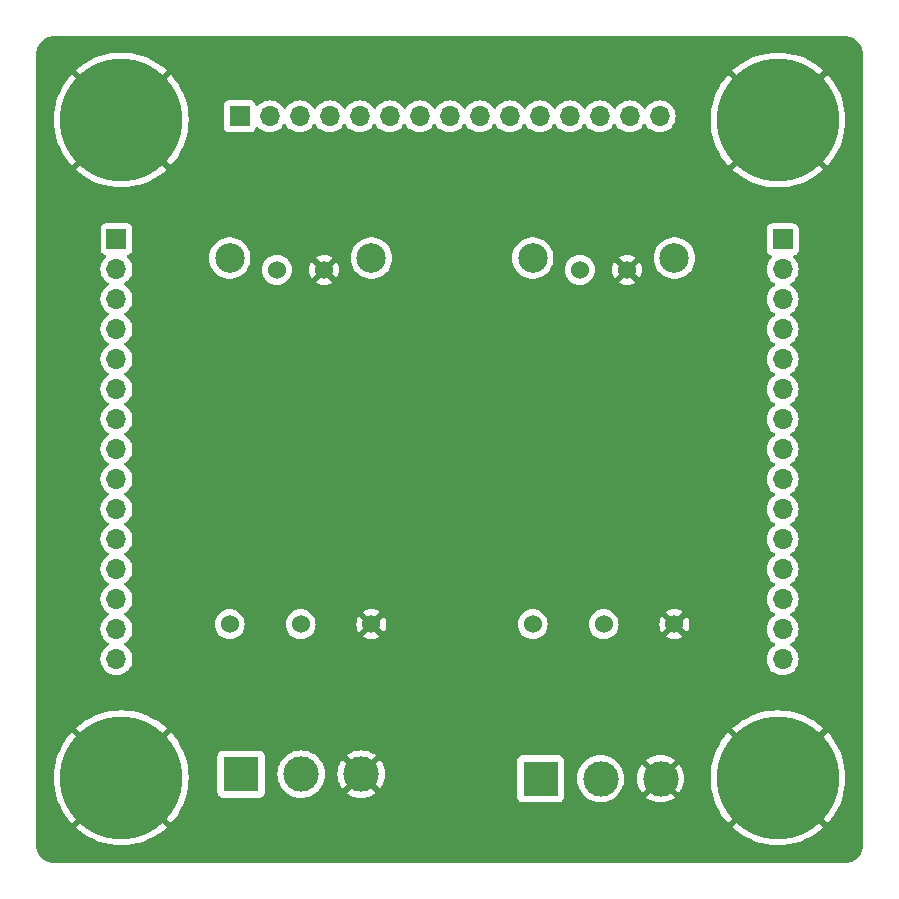
<source format=gbr>
%TF.GenerationSoftware,KiCad,Pcbnew,7.0.7*%
%TF.CreationDate,2024-04-01T01:32:49+05:30*%
%TF.ProjectId,GPIO_stack,4750494f-5f73-4746-9163-6b2e6b696361,rev?*%
%TF.SameCoordinates,Original*%
%TF.FileFunction,Copper,L2,Bot*%
%TF.FilePolarity,Positive*%
%FSLAX46Y46*%
G04 Gerber Fmt 4.6, Leading zero omitted, Abs format (unit mm)*
G04 Created by KiCad (PCBNEW 7.0.7) date 2024-04-01 01:32:49*
%MOMM*%
%LPD*%
G01*
G04 APERTURE LIST*
%TA.AperFunction,ComponentPad*%
%ADD10C,1.524000*%
%TD*%
%TA.AperFunction,ComponentPad*%
%ADD11C,2.500000*%
%TD*%
%TA.AperFunction,ComponentPad*%
%ADD12R,3.000000X3.000000*%
%TD*%
%TA.AperFunction,ComponentPad*%
%ADD13C,3.000000*%
%TD*%
%TA.AperFunction,ComponentPad*%
%ADD14R,1.700000X1.700000*%
%TD*%
%TA.AperFunction,ComponentPad*%
%ADD15O,1.700000X1.700000*%
%TD*%
%TA.AperFunction,ComponentPad*%
%ADD16C,10.400000*%
%TD*%
G04 APERTURE END LIST*
D10*
%TO.P,U3,1,GND*%
%TO.N,GND*%
X145135600Y-67157600D03*
%TO.P,U3,2,PWM*%
%TO.N,PYRO2*%
X141135600Y-67157600D03*
%TO.P,U3,3,-*%
%TO.N,GND*%
X149135600Y-97157600D03*
%TO.P,U3,4,LOAD*%
%TO.N,LOAD2*%
X143135600Y-97157600D03*
%TO.P,U3,5,+*%
%TO.N,7.4V_Pyro*%
X137135600Y-97157600D03*
D11*
%TO.P,U3,6*%
%TO.N,N/C*%
X149135600Y-66157600D03*
%TO.P,U3,7*%
X137135600Y-66157600D03*
%TD*%
D12*
%TO.P,J1,1,Pin_1*%
%TO.N,7.4V_Pyro*%
X112445800Y-109855000D03*
D13*
%TO.P,J1,2,Pin_2*%
%TO.N,LOAD1*%
X117525800Y-109855000D03*
%TO.P,J1,3,Pin_3*%
%TO.N,GND*%
X122605800Y-109855000D03*
%TD*%
D14*
%TO.P,U1,1*%
%TO.N,unconnected-(U1-Pad1)*%
X158295200Y-64577800D03*
D15*
%TO.P,U1,2*%
%TO.N,unconnected-(U1-Pad2)*%
X158295200Y-67117800D03*
%TO.P,U1,3*%
%TO.N,unconnected-(U1-Pad3)*%
X158295200Y-69657800D03*
%TO.P,U1,4*%
%TO.N,unconnected-(U1-Pad4)*%
X158295200Y-72197800D03*
%TO.P,U1,5*%
%TO.N,unconnected-(U1-Pad5)*%
X158295200Y-74737800D03*
%TO.P,U1,6*%
%TO.N,unconnected-(U1-Pad6)*%
X158295200Y-77277800D03*
%TO.P,U1,7*%
%TO.N,unconnected-(U1-Pad7)*%
X158295200Y-79817800D03*
%TO.P,U1,8*%
%TO.N,unconnected-(U1-Pad8)*%
X158295200Y-82357800D03*
%TO.P,U1,9*%
%TO.N,unconnected-(U1-Pad9)*%
X158295200Y-84897800D03*
%TO.P,U1,10*%
%TO.N,unconnected-(U1-Pad10)*%
X158295200Y-87437800D03*
%TO.P,U1,11*%
%TO.N,unconnected-(U1-Pad11)*%
X158295200Y-89977800D03*
%TO.P,U1,12*%
%TO.N,unconnected-(U1-Pad12)*%
X158295200Y-92517800D03*
%TO.P,U1,13*%
%TO.N,unconnected-(U1-Pad13)*%
X158295200Y-95057800D03*
%TO.P,U1,14*%
%TO.N,PYRO2*%
X158295200Y-97597800D03*
%TO.P,U1,15*%
%TO.N,unconnected-(U1-Pad15)*%
X158295200Y-100137800D03*
%TO.P,U1,16*%
%TO.N,unconnected-(U1-Pad16)*%
X101895200Y-100107800D03*
%TO.P,U1,17*%
%TO.N,PYRO1*%
X101895200Y-97567800D03*
%TO.P,U1,18*%
%TO.N,unconnected-(U1-Pad18)*%
X101895200Y-95027800D03*
%TO.P,U1,19*%
%TO.N,unconnected-(U1-Pad19)*%
X101895200Y-92487800D03*
%TO.P,U1,20*%
%TO.N,unconnected-(U1-Pad20)*%
X101895200Y-89947800D03*
%TO.P,U1,21*%
%TO.N,unconnected-(U1-Pad21)*%
X101895200Y-87407800D03*
%TO.P,U1,22*%
%TO.N,unconnected-(U1-Pad22)*%
X101895200Y-84867800D03*
%TO.P,U1,23*%
%TO.N,unconnected-(U1-Pad23)*%
X101895200Y-82327800D03*
%TO.P,U1,24*%
%TO.N,unconnected-(U1-Pad24)*%
X101895200Y-79787800D03*
%TO.P,U1,25*%
%TO.N,unconnected-(U1-Pad25)*%
X101895200Y-77247800D03*
%TO.P,U1,26*%
%TO.N,unconnected-(U1-Pad26)*%
X101895200Y-74707800D03*
%TO.P,U1,27*%
%TO.N,unconnected-(U1-Pad27)*%
X101895200Y-72167800D03*
%TO.P,U1,28*%
%TO.N,unconnected-(U1-Pad28)*%
X101895200Y-69627800D03*
%TO.P,U1,29*%
%TO.N,unconnected-(U1-Pad29)*%
X101895200Y-67087800D03*
D14*
%TO.P,U1,30*%
%TO.N,unconnected-(U1-Pad30)*%
X101895200Y-64547800D03*
%TO.P,U1,31*%
%TO.N,unconnected-(U1-Pad31)*%
X112320200Y-54162800D03*
D15*
%TO.P,U1,32*%
%TO.N,unconnected-(U1-Pad32)*%
X114860200Y-54162800D03*
%TO.P,U1,33*%
%TO.N,unconnected-(U1-Pad33)*%
X117400200Y-54162800D03*
%TO.P,U1,34*%
%TO.N,unconnected-(U1-Pad34)*%
X119940200Y-54162800D03*
%TO.P,U1,35*%
%TO.N,unconnected-(U1-Pad35)*%
X122480200Y-54162800D03*
%TO.P,U1,36*%
%TO.N,unconnected-(U1-Pad36)*%
X125020200Y-54162800D03*
%TO.P,U1,37*%
%TO.N,unconnected-(U1-Pad37)*%
X127560200Y-54162800D03*
%TO.P,U1,38*%
%TO.N,unconnected-(U1-Pad38)*%
X130100200Y-54162800D03*
%TO.P,U1,39*%
%TO.N,unconnected-(U1-Pad39)*%
X132640200Y-54162800D03*
%TO.P,U1,40*%
%TO.N,unconnected-(U1-Pad40)*%
X135180200Y-54162800D03*
%TO.P,U1,41*%
%TO.N,unconnected-(U1-Pad41)*%
X137720200Y-54162800D03*
%TO.P,U1,42*%
%TO.N,unconnected-(U1-Pad42)*%
X140260200Y-54162800D03*
%TO.P,U1,43*%
%TO.N,unconnected-(U1-Pad43)*%
X142800200Y-54162800D03*
%TO.P,U1,44*%
%TO.N,unconnected-(U1-Pad44)*%
X145340200Y-54162800D03*
%TO.P,U1,45*%
%TO.N,unconnected-(U1-Pad45)*%
X147880200Y-54162800D03*
D16*
%TO.P,U1,49,1*%
%TO.N,GND*%
X157895200Y-110162800D03*
%TO.P,U1,50,1*%
X102295200Y-110162800D03*
%TO.P,U1,51,1*%
X102295200Y-54462800D03*
%TO.P,U1,52,1*%
X157895200Y-54477800D03*
%TD*%
D12*
%TO.P,J2,1,Pin_1*%
%TO.N,7.4V_Pyro*%
X137795000Y-110236000D03*
D13*
%TO.P,J2,2,Pin_2*%
%TO.N,LOAD2*%
X142875000Y-110236000D03*
%TO.P,J2,3,Pin_3*%
%TO.N,GND*%
X147955000Y-110236000D03*
%TD*%
D10*
%TO.P,U2,1,GND*%
%TO.N,GND*%
X119481600Y-67157600D03*
%TO.P,U2,2,PWM*%
%TO.N,PYRO1*%
X115481600Y-67157600D03*
%TO.P,U2,3,-*%
%TO.N,GND*%
X123481600Y-97157600D03*
%TO.P,U2,4,LOAD*%
%TO.N,LOAD1*%
X117481600Y-97157600D03*
%TO.P,U2,5,+*%
%TO.N,7.4V_Pyro*%
X111481600Y-97157600D03*
D11*
%TO.P,U2,6*%
%TO.N,N/C*%
X123481600Y-66157600D03*
%TO.P,U2,7*%
X111481600Y-66157600D03*
%TD*%
%TA.AperFunction,Conductor*%
%TO.N,GND*%
G36*
X163597407Y-47363457D02*
G01*
X163664955Y-47368289D01*
X163811844Y-47379849D01*
X163820147Y-47381074D01*
X163914960Y-47401699D01*
X164031425Y-47429660D01*
X164038601Y-47431851D01*
X164134937Y-47467783D01*
X164213122Y-47500168D01*
X164241056Y-47511739D01*
X164247047Y-47514605D01*
X164338137Y-47564343D01*
X164340780Y-47565873D01*
X164436103Y-47624288D01*
X164440843Y-47627505D01*
X164524640Y-47690235D01*
X164527720Y-47692698D01*
X164612137Y-47764797D01*
X164615713Y-47768103D01*
X164689895Y-47842285D01*
X164693201Y-47845861D01*
X164765294Y-47930271D01*
X164767776Y-47933374D01*
X164830489Y-48017149D01*
X164833721Y-48021911D01*
X164892110Y-48117193D01*
X164893663Y-48119876D01*
X164943393Y-48210951D01*
X164946259Y-48216941D01*
X164990216Y-48323060D01*
X165026142Y-48419382D01*
X165028340Y-48426581D01*
X165056298Y-48543031D01*
X165076923Y-48637844D01*
X165078150Y-48646167D01*
X165089717Y-48793131D01*
X165094542Y-48860589D01*
X165094700Y-48865013D01*
X165094700Y-115860586D01*
X165094542Y-115865008D01*
X165093158Y-115884355D01*
X165089717Y-115932468D01*
X165078150Y-116079432D01*
X165076923Y-116087755D01*
X165056301Y-116182555D01*
X165028340Y-116299017D01*
X165026142Y-116306216D01*
X164990216Y-116402539D01*
X164946259Y-116508657D01*
X164943393Y-116514647D01*
X164893663Y-116605722D01*
X164892110Y-116608405D01*
X164833721Y-116703687D01*
X164830489Y-116708449D01*
X164767776Y-116792224D01*
X164765287Y-116795336D01*
X164693201Y-116879737D01*
X164689895Y-116883313D01*
X164615713Y-116957495D01*
X164612137Y-116960801D01*
X164527736Y-117032887D01*
X164524624Y-117035376D01*
X164440849Y-117098089D01*
X164436087Y-117101321D01*
X164340805Y-117159710D01*
X164338122Y-117161263D01*
X164247047Y-117210993D01*
X164241057Y-117213859D01*
X164134939Y-117257816D01*
X164038616Y-117293742D01*
X164031417Y-117295940D01*
X163914955Y-117323901D01*
X163820155Y-117344523D01*
X163811832Y-117345750D01*
X163664868Y-117357317D01*
X163616755Y-117360758D01*
X163597408Y-117362142D01*
X163592986Y-117362300D01*
X96597414Y-117362300D01*
X96592991Y-117362142D01*
X96565444Y-117360171D01*
X96525573Y-117357320D01*
X96378561Y-117345749D01*
X96370238Y-117344522D01*
X96275472Y-117323907D01*
X96158986Y-117295941D01*
X96151786Y-117293743D01*
X96055469Y-117257819D01*
X95949335Y-117213856D01*
X95943344Y-117210990D01*
X95852286Y-117161269D01*
X95849605Y-117159716D01*
X95754310Y-117101320D01*
X95749552Y-117098091D01*
X95665767Y-117035370D01*
X95662671Y-117032894D01*
X95578261Y-116960801D01*
X95574685Y-116957495D01*
X95500503Y-116883313D01*
X95497197Y-116879737D01*
X95425098Y-116795320D01*
X95422635Y-116792240D01*
X95359901Y-116708438D01*
X95356687Y-116703701D01*
X95298279Y-116608388D01*
X95296735Y-116605722D01*
X95247002Y-116514641D01*
X95244142Y-116508663D01*
X95200180Y-116402530D01*
X95194951Y-116388510D01*
X95164252Y-116306204D01*
X95162059Y-116299017D01*
X95134100Y-116182564D01*
X95113475Y-116087753D01*
X95112251Y-116079451D01*
X95100680Y-115932426D01*
X95098036Y-115895473D01*
X95095857Y-115865007D01*
X95095700Y-115860587D01*
X95095700Y-110162800D01*
X96590327Y-110162800D01*
X96609812Y-110633909D01*
X96668133Y-111101789D01*
X96668134Y-111101789D01*
X96764894Y-111563259D01*
X96899432Y-112015165D01*
X97070826Y-112454415D01*
X97070826Y-112454416D01*
X97277914Y-112878020D01*
X97277915Y-112878021D01*
X97519269Y-113283066D01*
X97519268Y-113283065D01*
X97793250Y-113666801D01*
X98088749Y-114015695D01*
X99061582Y-113042862D01*
X99122905Y-113009377D01*
X99192596Y-113014361D01*
X99241141Y-113047270D01*
X99321769Y-113136230D01*
X99410728Y-113216857D01*
X99447182Y-113276463D01*
X99445623Y-113346315D01*
X99415136Y-113396416D01*
X98442303Y-114369248D01*
X98442303Y-114369250D01*
X98791199Y-114664750D01*
X99174935Y-114938732D01*
X99174934Y-114938731D01*
X99579979Y-115180085D01*
X99579980Y-115180086D01*
X100003584Y-115387174D01*
X100003585Y-115387174D01*
X100442835Y-115558568D01*
X100894741Y-115693106D01*
X101356211Y-115789866D01*
X101356211Y-115789867D01*
X101824091Y-115848188D01*
X102295200Y-115867673D01*
X102766309Y-115848188D01*
X103234189Y-115789867D01*
X103234189Y-115789866D01*
X103695659Y-115693106D01*
X104147565Y-115558568D01*
X104586815Y-115387174D01*
X104586816Y-115387174D01*
X105010420Y-115180086D01*
X105010421Y-115180085D01*
X105415466Y-114938731D01*
X105415465Y-114938732D01*
X105799201Y-114664750D01*
X106148095Y-114369250D01*
X106148095Y-114369249D01*
X105175262Y-113396416D01*
X105141777Y-113335093D01*
X105146761Y-113265401D01*
X105179668Y-113216860D01*
X105268630Y-113136230D01*
X105349259Y-113047268D01*
X105408862Y-113010817D01*
X105478714Y-113012374D01*
X105528816Y-113042862D01*
X106501649Y-114015695D01*
X106501650Y-114015695D01*
X106797150Y-113666801D01*
X107071132Y-113283065D01*
X107071131Y-113283066D01*
X107312485Y-112878021D01*
X107312486Y-112878020D01*
X107519574Y-112454416D01*
X107519574Y-112454415D01*
X107690968Y-112015165D01*
X107825506Y-111563259D01*
X107859136Y-111402870D01*
X110445300Y-111402870D01*
X110445301Y-111402876D01*
X110451708Y-111462483D01*
X110502002Y-111597328D01*
X110502006Y-111597335D01*
X110588252Y-111712544D01*
X110588255Y-111712547D01*
X110703464Y-111798793D01*
X110703471Y-111798797D01*
X110838317Y-111849091D01*
X110838316Y-111849091D01*
X110845244Y-111849835D01*
X110897927Y-111855500D01*
X113993672Y-111855499D01*
X114053283Y-111849091D01*
X114188131Y-111798796D01*
X114303346Y-111712546D01*
X114389596Y-111597331D01*
X114439891Y-111462483D01*
X114446300Y-111402873D01*
X114446300Y-109855001D01*
X115520190Y-109855001D01*
X115540604Y-110140433D01*
X115601428Y-110420037D01*
X115601430Y-110420043D01*
X115601431Y-110420046D01*
X115701357Y-110687958D01*
X115701435Y-110688166D01*
X115838570Y-110939309D01*
X115838575Y-110939317D01*
X116010054Y-111168387D01*
X116010070Y-111168405D01*
X116212394Y-111370729D01*
X116212412Y-111370745D01*
X116441482Y-111542224D01*
X116441490Y-111542229D01*
X116692633Y-111679364D01*
X116692632Y-111679364D01*
X116692636Y-111679365D01*
X116692639Y-111679367D01*
X116960754Y-111779369D01*
X116960760Y-111779370D01*
X116960762Y-111779371D01*
X117240366Y-111840195D01*
X117240368Y-111840195D01*
X117240372Y-111840196D01*
X117494020Y-111858337D01*
X117525799Y-111860610D01*
X117525800Y-111860610D01*
X117525801Y-111860610D01*
X117554395Y-111858564D01*
X117811228Y-111840196D01*
X117921923Y-111816116D01*
X118090837Y-111779371D01*
X118090837Y-111779370D01*
X118090846Y-111779369D01*
X118358961Y-111679367D01*
X118610115Y-111542226D01*
X118839195Y-111370739D01*
X119041539Y-111168395D01*
X119213026Y-110939315D01*
X119350167Y-110688161D01*
X119450169Y-110420046D01*
X119476201Y-110300377D01*
X119510995Y-110140433D01*
X119510995Y-110140432D01*
X119510996Y-110140428D01*
X119531410Y-109855001D01*
X120600691Y-109855001D01*
X120621100Y-110140362D01*
X120681909Y-110419895D01*
X120781891Y-110687958D01*
X120918991Y-110939038D01*
X120918996Y-110939046D01*
X121025682Y-111081561D01*
X121025683Y-111081562D01*
X121810320Y-110296924D01*
X121871643Y-110263439D01*
X121941334Y-110268423D01*
X121997268Y-110310294D01*
X121997464Y-110310557D01*
X122049233Y-110380094D01*
X122154925Y-110468781D01*
X122193627Y-110526952D01*
X122194735Y-110596813D01*
X122162900Y-110651451D01*
X121379236Y-111435114D01*
X121379236Y-111435115D01*
X121521760Y-111541807D01*
X121521761Y-111541808D01*
X121772842Y-111678908D01*
X121772841Y-111678908D01*
X122040904Y-111778890D01*
X122320437Y-111839699D01*
X122605799Y-111860109D01*
X122605801Y-111860109D01*
X122891162Y-111839699D01*
X123147802Y-111783870D01*
X135794500Y-111783870D01*
X135794501Y-111783876D01*
X135800908Y-111843483D01*
X135851202Y-111978328D01*
X135851206Y-111978335D01*
X135937452Y-112093544D01*
X135937455Y-112093547D01*
X136052664Y-112179793D01*
X136052671Y-112179797D01*
X136187517Y-112230091D01*
X136187516Y-112230091D01*
X136194444Y-112230835D01*
X136247127Y-112236500D01*
X139342872Y-112236499D01*
X139402483Y-112230091D01*
X139537331Y-112179796D01*
X139652546Y-112093546D01*
X139738796Y-111978331D01*
X139789091Y-111843483D01*
X139795500Y-111783873D01*
X139795500Y-110236001D01*
X140869390Y-110236001D01*
X140889804Y-110521433D01*
X140950628Y-110801037D01*
X140950630Y-110801043D01*
X140950631Y-110801046D01*
X141018559Y-110983167D01*
X141050635Y-111069166D01*
X141187770Y-111320309D01*
X141187775Y-111320317D01*
X141359254Y-111549387D01*
X141359270Y-111549405D01*
X141561594Y-111751729D01*
X141561612Y-111751745D01*
X141790682Y-111923224D01*
X141790690Y-111923229D01*
X142041833Y-112060364D01*
X142041832Y-112060364D01*
X142041836Y-112060365D01*
X142041839Y-112060367D01*
X142309954Y-112160369D01*
X142309960Y-112160370D01*
X142309962Y-112160371D01*
X142589566Y-112221195D01*
X142589568Y-112221195D01*
X142589572Y-112221196D01*
X142843220Y-112239337D01*
X142874999Y-112241610D01*
X142875000Y-112241610D01*
X142875001Y-112241610D01*
X142903595Y-112239564D01*
X143160428Y-112221196D01*
X143350742Y-112179796D01*
X143440037Y-112160371D01*
X143440037Y-112160370D01*
X143440046Y-112160369D01*
X143708161Y-112060367D01*
X143959315Y-111923226D01*
X144188395Y-111751739D01*
X144390739Y-111549395D01*
X144562226Y-111320315D01*
X144699367Y-111069161D01*
X144799369Y-110801046D01*
X144823723Y-110689094D01*
X144860195Y-110521433D01*
X144860195Y-110521432D01*
X144860196Y-110521428D01*
X144878648Y-110263439D01*
X144880610Y-110236001D01*
X145949891Y-110236001D01*
X145970300Y-110521362D01*
X146031109Y-110800895D01*
X146131091Y-111068958D01*
X146268191Y-111320038D01*
X146268196Y-111320046D01*
X146374882Y-111462561D01*
X146374883Y-111462562D01*
X147159520Y-110677924D01*
X147220843Y-110644439D01*
X147290534Y-110649423D01*
X147346468Y-110691294D01*
X147346664Y-110691557D01*
X147398433Y-110761094D01*
X147504125Y-110849781D01*
X147542827Y-110907952D01*
X147543935Y-110977813D01*
X147512100Y-111032451D01*
X146728436Y-111816114D01*
X146728436Y-111816115D01*
X146870960Y-111922807D01*
X146870961Y-111922808D01*
X147122042Y-112059908D01*
X147122041Y-112059908D01*
X147390104Y-112159890D01*
X147669637Y-112220699D01*
X147954999Y-112241109D01*
X147955001Y-112241109D01*
X148240362Y-112220699D01*
X148519895Y-112159890D01*
X148787958Y-112059908D01*
X149039047Y-111922803D01*
X149181561Y-111816116D01*
X149181562Y-111816115D01*
X148398095Y-111032648D01*
X148364610Y-110971325D01*
X148369594Y-110901633D01*
X148411466Y-110845700D01*
X148417638Y-110841366D01*
X148446844Y-110822157D01*
X148568764Y-110692930D01*
X148568764Y-110692929D01*
X148573720Y-110687677D01*
X148575222Y-110689094D01*
X148622836Y-110653243D01*
X148692514Y-110648063D01*
X148753931Y-110681377D01*
X148754176Y-110681622D01*
X149535115Y-111462562D01*
X149535116Y-111462561D01*
X149641803Y-111320047D01*
X149778908Y-111068958D01*
X149878890Y-110800895D01*
X149939699Y-110521362D01*
X149960109Y-110236001D01*
X149960109Y-110235998D01*
X149954874Y-110162800D01*
X152190327Y-110162800D01*
X152209812Y-110633909D01*
X152268133Y-111101789D01*
X152268134Y-111101789D01*
X152364894Y-111563259D01*
X152499432Y-112015165D01*
X152670826Y-112454415D01*
X152670826Y-112454416D01*
X152877914Y-112878020D01*
X152877915Y-112878021D01*
X153119269Y-113283066D01*
X153119268Y-113283065D01*
X153393250Y-113666801D01*
X153688749Y-114015695D01*
X154661582Y-113042862D01*
X154722905Y-113009377D01*
X154792596Y-113014361D01*
X154841141Y-113047270D01*
X154921769Y-113136230D01*
X155010728Y-113216857D01*
X155047182Y-113276463D01*
X155045623Y-113346315D01*
X155015136Y-113396416D01*
X154042303Y-114369249D01*
X154042303Y-114369250D01*
X154391199Y-114664750D01*
X154774935Y-114938732D01*
X154774934Y-114938731D01*
X155179979Y-115180085D01*
X155179980Y-115180086D01*
X155603584Y-115387174D01*
X155603585Y-115387174D01*
X156042835Y-115558568D01*
X156494741Y-115693106D01*
X156956211Y-115789866D01*
X156956211Y-115789867D01*
X157424091Y-115848188D01*
X157895200Y-115867673D01*
X158366309Y-115848188D01*
X158834189Y-115789867D01*
X158834189Y-115789866D01*
X159295659Y-115693106D01*
X159747565Y-115558568D01*
X160186815Y-115387174D01*
X160186816Y-115387174D01*
X160610420Y-115180086D01*
X160610421Y-115180085D01*
X161015466Y-114938731D01*
X161015465Y-114938732D01*
X161399201Y-114664750D01*
X161748095Y-114369250D01*
X161748095Y-114369249D01*
X160775262Y-113396416D01*
X160741777Y-113335093D01*
X160746761Y-113265401D01*
X160779668Y-113216860D01*
X160868630Y-113136230D01*
X160949259Y-113047268D01*
X161008862Y-113010817D01*
X161078714Y-113012374D01*
X161128816Y-113042862D01*
X162101649Y-114015695D01*
X162101650Y-114015695D01*
X162397150Y-113666801D01*
X162671132Y-113283065D01*
X162671131Y-113283066D01*
X162912485Y-112878021D01*
X162912486Y-112878020D01*
X163119574Y-112454416D01*
X163119574Y-112454415D01*
X163290968Y-112015165D01*
X163425506Y-111563259D01*
X163522266Y-111101789D01*
X163522267Y-111101789D01*
X163580588Y-110633909D01*
X163600073Y-110162800D01*
X163580588Y-109691691D01*
X163522267Y-109223811D01*
X163522266Y-109223811D01*
X163425506Y-108762341D01*
X163290968Y-108310435D01*
X163119574Y-107871185D01*
X163119574Y-107871184D01*
X162912486Y-107447580D01*
X162912485Y-107447579D01*
X162671131Y-107042534D01*
X162671132Y-107042535D01*
X162397150Y-106658799D01*
X162101650Y-106309903D01*
X162101649Y-106309903D01*
X161128816Y-107282736D01*
X161067493Y-107316221D01*
X160997801Y-107311237D01*
X160949257Y-107278328D01*
X160868630Y-107189369D01*
X160779670Y-107108741D01*
X160743216Y-107049135D01*
X160744775Y-106979283D01*
X160775262Y-106929182D01*
X161748095Y-105956349D01*
X161399201Y-105660850D01*
X161015465Y-105386868D01*
X161015466Y-105386869D01*
X160610421Y-105145515D01*
X160610420Y-105145514D01*
X160186816Y-104938426D01*
X160186815Y-104938426D01*
X159747565Y-104767032D01*
X159295659Y-104632494D01*
X158834189Y-104535734D01*
X158834189Y-104535733D01*
X158366309Y-104477412D01*
X157895200Y-104457927D01*
X157424091Y-104477412D01*
X156956211Y-104535733D01*
X156956211Y-104535734D01*
X156494741Y-104632494D01*
X156042835Y-104767032D01*
X155603585Y-104938426D01*
X155603584Y-104938426D01*
X155179980Y-105145514D01*
X155179979Y-105145515D01*
X154774934Y-105386869D01*
X154774935Y-105386868D01*
X154391199Y-105660850D01*
X154042303Y-105956349D01*
X155015136Y-106929182D01*
X155048621Y-106990505D01*
X155043637Y-107060197D01*
X155010729Y-107108740D01*
X154921769Y-107189369D01*
X154841140Y-107278329D01*
X154781534Y-107314782D01*
X154711681Y-107313223D01*
X154661582Y-107282736D01*
X153688749Y-106309903D01*
X153393250Y-106658799D01*
X153119268Y-107042535D01*
X153119269Y-107042534D01*
X152877915Y-107447579D01*
X152877914Y-107447580D01*
X152670826Y-107871184D01*
X152670826Y-107871185D01*
X152499432Y-108310435D01*
X152364894Y-108762341D01*
X152268134Y-109223811D01*
X152268133Y-109223811D01*
X152209812Y-109691691D01*
X152190327Y-110162800D01*
X149954874Y-110162800D01*
X149939699Y-109950637D01*
X149878890Y-109671104D01*
X149778908Y-109403041D01*
X149641808Y-109151961D01*
X149641807Y-109151960D01*
X149535115Y-109009436D01*
X148750478Y-109794074D01*
X148689155Y-109827559D01*
X148619463Y-109822575D01*
X148563530Y-109780703D01*
X148563334Y-109780441D01*
X148511566Y-109710905D01*
X148463964Y-109670962D01*
X148405871Y-109622215D01*
X148367170Y-109564046D01*
X148366062Y-109494185D01*
X148397897Y-109439547D01*
X149181562Y-108655883D01*
X149181561Y-108655882D01*
X149039046Y-108549196D01*
X149039038Y-108549191D01*
X148787957Y-108412091D01*
X148787958Y-108412091D01*
X148519895Y-108312109D01*
X148240362Y-108251300D01*
X147955001Y-108230891D01*
X147954999Y-108230891D01*
X147669637Y-108251300D01*
X147390104Y-108312109D01*
X147122041Y-108412091D01*
X146870961Y-108549191D01*
X146870953Y-108549196D01*
X146728436Y-108655882D01*
X146728436Y-108655883D01*
X147511904Y-109439351D01*
X147545389Y-109500674D01*
X147540405Y-109570366D01*
X147498533Y-109626299D01*
X147492365Y-109630631D01*
X147463155Y-109649843D01*
X147336280Y-109784323D01*
X147334782Y-109782910D01*
X147287125Y-109818770D01*
X147217446Y-109823927D01*
X147156040Y-109790594D01*
X147155823Y-109790377D01*
X146374883Y-109009436D01*
X146374882Y-109009437D01*
X146268196Y-109151953D01*
X146268191Y-109151961D01*
X146131091Y-109403041D01*
X146031109Y-109671104D01*
X145970300Y-109950637D01*
X145949891Y-110235998D01*
X145949891Y-110236001D01*
X144880610Y-110236001D01*
X144880610Y-110235998D01*
X144869056Y-110074454D01*
X144860196Y-109950572D01*
X144856358Y-109932930D01*
X144799371Y-109670962D01*
X144799370Y-109670960D01*
X144799369Y-109670954D01*
X144699367Y-109402839D01*
X144659542Y-109329906D01*
X144562229Y-109151690D01*
X144562224Y-109151682D01*
X144390745Y-108922612D01*
X144390729Y-108922594D01*
X144188405Y-108720270D01*
X144188387Y-108720254D01*
X143959317Y-108548775D01*
X143959309Y-108548770D01*
X143708166Y-108411635D01*
X143708167Y-108411635D01*
X143600915Y-108371632D01*
X143440046Y-108311631D01*
X143440043Y-108311630D01*
X143440037Y-108311628D01*
X143160433Y-108250804D01*
X142875001Y-108230390D01*
X142874999Y-108230390D01*
X142589566Y-108250804D01*
X142309962Y-108311628D01*
X142041833Y-108411635D01*
X141790690Y-108548770D01*
X141790682Y-108548775D01*
X141561612Y-108720254D01*
X141561594Y-108720270D01*
X141359270Y-108922594D01*
X141359254Y-108922612D01*
X141187775Y-109151682D01*
X141187770Y-109151690D01*
X141050635Y-109402833D01*
X140950628Y-109670962D01*
X140889804Y-109950566D01*
X140869390Y-110235998D01*
X140869390Y-110236001D01*
X139795500Y-110236001D01*
X139795499Y-108688128D01*
X139789091Y-108628517D01*
X139789061Y-108628437D01*
X139738797Y-108493671D01*
X139738793Y-108493664D01*
X139652547Y-108378455D01*
X139652544Y-108378452D01*
X139537335Y-108292206D01*
X139537328Y-108292202D01*
X139402482Y-108241908D01*
X139402483Y-108241908D01*
X139342883Y-108235501D01*
X139342881Y-108235500D01*
X139342873Y-108235500D01*
X139342864Y-108235500D01*
X136247129Y-108235500D01*
X136247123Y-108235501D01*
X136187516Y-108241908D01*
X136052671Y-108292202D01*
X136052664Y-108292206D01*
X135937455Y-108378452D01*
X135937452Y-108378455D01*
X135851206Y-108493664D01*
X135851202Y-108493671D01*
X135800908Y-108628517D01*
X135794501Y-108688116D01*
X135794501Y-108688123D01*
X135794500Y-108688135D01*
X135794500Y-111783870D01*
X123147802Y-111783870D01*
X123170695Y-111778890D01*
X123438758Y-111678908D01*
X123689847Y-111541803D01*
X123832361Y-111435116D01*
X123832362Y-111435115D01*
X123048895Y-110651648D01*
X123015410Y-110590325D01*
X123020394Y-110520633D01*
X123062266Y-110464700D01*
X123068438Y-110460366D01*
X123075906Y-110455454D01*
X123097644Y-110441157D01*
X123219564Y-110311930D01*
X123219564Y-110311929D01*
X123224520Y-110306677D01*
X123226022Y-110308094D01*
X123273636Y-110272243D01*
X123343314Y-110267063D01*
X123404731Y-110300377D01*
X123404976Y-110300622D01*
X124185915Y-111081562D01*
X124185916Y-111081561D01*
X124292603Y-110939047D01*
X124429708Y-110687958D01*
X124529690Y-110419895D01*
X124590499Y-110140362D01*
X124610908Y-109855001D01*
X124610908Y-109854998D01*
X124590499Y-109569637D01*
X124529690Y-109290104D01*
X124429708Y-109022041D01*
X124292608Y-108770961D01*
X124292607Y-108770960D01*
X124185915Y-108628436D01*
X123401278Y-109413074D01*
X123339955Y-109446559D01*
X123270263Y-109441575D01*
X123214330Y-109399703D01*
X123214134Y-109399441D01*
X123162366Y-109329905D01*
X123114764Y-109289962D01*
X123056671Y-109241215D01*
X123017970Y-109183046D01*
X123016862Y-109113185D01*
X123048697Y-109058547D01*
X123832362Y-108274883D01*
X123832361Y-108274882D01*
X123689846Y-108168196D01*
X123689838Y-108168191D01*
X123438757Y-108031091D01*
X123438758Y-108031091D01*
X123170695Y-107931109D01*
X122891162Y-107870300D01*
X122605801Y-107849891D01*
X122605799Y-107849891D01*
X122320437Y-107870300D01*
X122040904Y-107931109D01*
X121772841Y-108031091D01*
X121521761Y-108168191D01*
X121521753Y-108168196D01*
X121379236Y-108274882D01*
X121379236Y-108274883D01*
X122162704Y-109058351D01*
X122196189Y-109119674D01*
X122191205Y-109189366D01*
X122149333Y-109245299D01*
X122143165Y-109249631D01*
X122113955Y-109268843D01*
X121987080Y-109403323D01*
X121985582Y-109401910D01*
X121937925Y-109437770D01*
X121868246Y-109442927D01*
X121806840Y-109409594D01*
X121806623Y-109409377D01*
X121025683Y-108628436D01*
X121025682Y-108628437D01*
X120918996Y-108770953D01*
X120918991Y-108770961D01*
X120781891Y-109022041D01*
X120681909Y-109290104D01*
X120621100Y-109569637D01*
X120600691Y-109854998D01*
X120600691Y-109855001D01*
X119531410Y-109855001D01*
X119531410Y-109855000D01*
X119531296Y-109853413D01*
X119525979Y-109779070D01*
X119510996Y-109569572D01*
X119507220Y-109552216D01*
X119450171Y-109289962D01*
X119450170Y-109289960D01*
X119450169Y-109289954D01*
X119350167Y-109021839D01*
X119343394Y-109009436D01*
X119213029Y-108770690D01*
X119213024Y-108770682D01*
X119041545Y-108541612D01*
X119041529Y-108541594D01*
X118839205Y-108339270D01*
X118839187Y-108339254D01*
X118610117Y-108167775D01*
X118610109Y-108167770D01*
X118358966Y-108030635D01*
X118358967Y-108030635D01*
X118251715Y-107990632D01*
X118090846Y-107930631D01*
X118090843Y-107930630D01*
X118090837Y-107930628D01*
X117811233Y-107869804D01*
X117525801Y-107849390D01*
X117525799Y-107849390D01*
X117240366Y-107869804D01*
X116960762Y-107930628D01*
X116692633Y-108030635D01*
X116441490Y-108167770D01*
X116441482Y-108167775D01*
X116212412Y-108339254D01*
X116212394Y-108339270D01*
X116010070Y-108541594D01*
X116010054Y-108541612D01*
X115838575Y-108770682D01*
X115838570Y-108770690D01*
X115701435Y-109021833D01*
X115601428Y-109289962D01*
X115540604Y-109569566D01*
X115520190Y-109854998D01*
X115520190Y-109855001D01*
X114446300Y-109855001D01*
X114446299Y-108307128D01*
X114439891Y-108247517D01*
X114437799Y-108241909D01*
X114389597Y-108112671D01*
X114389593Y-108112664D01*
X114303347Y-107997455D01*
X114303344Y-107997452D01*
X114188135Y-107911206D01*
X114188128Y-107911202D01*
X114053282Y-107860908D01*
X114053283Y-107860908D01*
X113993683Y-107854501D01*
X113993681Y-107854500D01*
X113993673Y-107854500D01*
X113993664Y-107854500D01*
X110897929Y-107854500D01*
X110897923Y-107854501D01*
X110838316Y-107860908D01*
X110703471Y-107911202D01*
X110703464Y-107911206D01*
X110588255Y-107997452D01*
X110588252Y-107997455D01*
X110502006Y-108112664D01*
X110502002Y-108112671D01*
X110451708Y-108247517D01*
X110446904Y-108292204D01*
X110445301Y-108307123D01*
X110445300Y-108307135D01*
X110445300Y-111402870D01*
X107859136Y-111402870D01*
X107922266Y-111101789D01*
X107922267Y-111101789D01*
X107980588Y-110633909D01*
X108000073Y-110162800D01*
X107980588Y-109691691D01*
X107922267Y-109223811D01*
X107922266Y-109223811D01*
X107825506Y-108762341D01*
X107690968Y-108310435D01*
X107519574Y-107871185D01*
X107519574Y-107871184D01*
X107312486Y-107447580D01*
X107312485Y-107447579D01*
X107071131Y-107042534D01*
X107071132Y-107042535D01*
X106797150Y-106658799D01*
X106501650Y-106309903D01*
X106501648Y-106309903D01*
X105528816Y-107282736D01*
X105467493Y-107316221D01*
X105397801Y-107311237D01*
X105349257Y-107278328D01*
X105268630Y-107189369D01*
X105179670Y-107108741D01*
X105143216Y-107049135D01*
X105144775Y-106979283D01*
X105175262Y-106929182D01*
X106148095Y-105956349D01*
X105799201Y-105660850D01*
X105415465Y-105386868D01*
X105415466Y-105386869D01*
X105010421Y-105145515D01*
X105010420Y-105145514D01*
X104586816Y-104938426D01*
X104586815Y-104938426D01*
X104147565Y-104767032D01*
X103695659Y-104632494D01*
X103234189Y-104535734D01*
X103234189Y-104535733D01*
X102766309Y-104477412D01*
X102295200Y-104457927D01*
X101824091Y-104477412D01*
X101356211Y-104535733D01*
X101356211Y-104535734D01*
X100894741Y-104632494D01*
X100442835Y-104767032D01*
X100003585Y-104938426D01*
X100003584Y-104938426D01*
X99579980Y-105145514D01*
X99579979Y-105145515D01*
X99174934Y-105386869D01*
X99174935Y-105386868D01*
X98791199Y-105660850D01*
X98442303Y-105956349D01*
X99415136Y-106929182D01*
X99448621Y-106990505D01*
X99443637Y-107060197D01*
X99410729Y-107108740D01*
X99321769Y-107189369D01*
X99241140Y-107278329D01*
X99181534Y-107314782D01*
X99111681Y-107313223D01*
X99061582Y-107282736D01*
X98088749Y-106309903D01*
X97793250Y-106658799D01*
X97519268Y-107042535D01*
X97519269Y-107042534D01*
X97277915Y-107447579D01*
X97277914Y-107447580D01*
X97070826Y-107871184D01*
X97070826Y-107871185D01*
X96899432Y-108310435D01*
X96764894Y-108762341D01*
X96668134Y-109223811D01*
X96668133Y-109223811D01*
X96609812Y-109691691D01*
X96590327Y-110162800D01*
X95095700Y-110162800D01*
X95095700Y-100107800D01*
X100539541Y-100107800D01*
X100560136Y-100343203D01*
X100560138Y-100343213D01*
X100621294Y-100571455D01*
X100621296Y-100571459D01*
X100621297Y-100571463D01*
X100635287Y-100601464D01*
X100721165Y-100785630D01*
X100721167Y-100785634D01*
X100829481Y-100940321D01*
X100856705Y-100979201D01*
X101023799Y-101146295D01*
X101066648Y-101176298D01*
X101217365Y-101281832D01*
X101217367Y-101281833D01*
X101217370Y-101281835D01*
X101431537Y-101381703D01*
X101659792Y-101442863D01*
X101848118Y-101459339D01*
X101895199Y-101463459D01*
X101895200Y-101463459D01*
X101895201Y-101463459D01*
X101934434Y-101460026D01*
X102130608Y-101442863D01*
X102358863Y-101381703D01*
X102573030Y-101281835D01*
X102766601Y-101146295D01*
X102933695Y-100979201D01*
X103069235Y-100785630D01*
X103169103Y-100571463D01*
X103230263Y-100343208D01*
X103248234Y-100137800D01*
X156939541Y-100137800D01*
X156960136Y-100373203D01*
X156960138Y-100373213D01*
X157021294Y-100601455D01*
X157021296Y-100601459D01*
X157021297Y-100601463D01*
X157107176Y-100785630D01*
X157121165Y-100815630D01*
X157121167Y-100815634D01*
X157229481Y-100970321D01*
X157256705Y-101009201D01*
X157423799Y-101176295D01*
X157520584Y-101244065D01*
X157617365Y-101311832D01*
X157617367Y-101311833D01*
X157617370Y-101311835D01*
X157831537Y-101411703D01*
X158059792Y-101472863D01*
X158248118Y-101489339D01*
X158295199Y-101493459D01*
X158295200Y-101493459D01*
X158295201Y-101493459D01*
X158334434Y-101490026D01*
X158530608Y-101472863D01*
X158758863Y-101411703D01*
X158973030Y-101311835D01*
X159166601Y-101176295D01*
X159333695Y-101009201D01*
X159469235Y-100815630D01*
X159569103Y-100601463D01*
X159630263Y-100373208D01*
X159650859Y-100137800D01*
X159630263Y-99902392D01*
X159569103Y-99674137D01*
X159469235Y-99459971D01*
X159448228Y-99429969D01*
X159333694Y-99266397D01*
X159166602Y-99099306D01*
X159166596Y-99099301D01*
X158981042Y-98969375D01*
X158937417Y-98914798D01*
X158930223Y-98845300D01*
X158961746Y-98782945D01*
X158981042Y-98766225D01*
X159023886Y-98736225D01*
X159166601Y-98636295D01*
X159333695Y-98469201D01*
X159469235Y-98275630D01*
X159569103Y-98061463D01*
X159630263Y-97833208D01*
X159650859Y-97597800D01*
X159650268Y-97591050D01*
X159641732Y-97493481D01*
X159630263Y-97362392D01*
X159569103Y-97134137D01*
X159469235Y-96919971D01*
X159448228Y-96889969D01*
X159333694Y-96726397D01*
X159166602Y-96559306D01*
X159166596Y-96559301D01*
X158981042Y-96429375D01*
X158937417Y-96374798D01*
X158930223Y-96305300D01*
X158961746Y-96242945D01*
X158981042Y-96226225D01*
X159037389Y-96186770D01*
X159166601Y-96096295D01*
X159333695Y-95929201D01*
X159469235Y-95735630D01*
X159569103Y-95521463D01*
X159630263Y-95293208D01*
X159650859Y-95057800D01*
X159630263Y-94822392D01*
X159569103Y-94594137D01*
X159469235Y-94379971D01*
X159448228Y-94349969D01*
X159333694Y-94186397D01*
X159166602Y-94019306D01*
X159166596Y-94019301D01*
X158981042Y-93889375D01*
X158937417Y-93834798D01*
X158930223Y-93765300D01*
X158961746Y-93702945D01*
X158981042Y-93686225D01*
X159023886Y-93656225D01*
X159166601Y-93556295D01*
X159333695Y-93389201D01*
X159469235Y-93195630D01*
X159569103Y-92981463D01*
X159630263Y-92753208D01*
X159650859Y-92517800D01*
X159630263Y-92282392D01*
X159569103Y-92054137D01*
X159469235Y-91839971D01*
X159448228Y-91809969D01*
X159333694Y-91646397D01*
X159166602Y-91479306D01*
X159166596Y-91479301D01*
X158981042Y-91349375D01*
X158937417Y-91294798D01*
X158930223Y-91225300D01*
X158961746Y-91162945D01*
X158981042Y-91146225D01*
X159023886Y-91116225D01*
X159166601Y-91016295D01*
X159333695Y-90849201D01*
X159469235Y-90655630D01*
X159569103Y-90441463D01*
X159630263Y-90213208D01*
X159650859Y-89977800D01*
X159630263Y-89742392D01*
X159569103Y-89514137D01*
X159469235Y-89299971D01*
X159448228Y-89269969D01*
X159333694Y-89106397D01*
X159166602Y-88939306D01*
X159166596Y-88939301D01*
X158981042Y-88809375D01*
X158937417Y-88754798D01*
X158930223Y-88685300D01*
X158961746Y-88622945D01*
X158981042Y-88606225D01*
X159023886Y-88576225D01*
X159166601Y-88476295D01*
X159333695Y-88309201D01*
X159469235Y-88115630D01*
X159569103Y-87901463D01*
X159630263Y-87673208D01*
X159650859Y-87437800D01*
X159630263Y-87202392D01*
X159569103Y-86974137D01*
X159469235Y-86759971D01*
X159448228Y-86729969D01*
X159333694Y-86566397D01*
X159166602Y-86399306D01*
X159166596Y-86399301D01*
X158981042Y-86269375D01*
X158937417Y-86214798D01*
X158930223Y-86145300D01*
X158961746Y-86082945D01*
X158981042Y-86066225D01*
X159023886Y-86036225D01*
X159166601Y-85936295D01*
X159333695Y-85769201D01*
X159469235Y-85575630D01*
X159569103Y-85361463D01*
X159630263Y-85133208D01*
X159650859Y-84897800D01*
X159630263Y-84662392D01*
X159569103Y-84434137D01*
X159469235Y-84219971D01*
X159448228Y-84189969D01*
X159333694Y-84026397D01*
X159166602Y-83859306D01*
X159166596Y-83859301D01*
X158981042Y-83729375D01*
X158937417Y-83674798D01*
X158930223Y-83605300D01*
X158961746Y-83542945D01*
X158981042Y-83526225D01*
X159023886Y-83496225D01*
X159166601Y-83396295D01*
X159333695Y-83229201D01*
X159469235Y-83035630D01*
X159569103Y-82821463D01*
X159630263Y-82593208D01*
X159650859Y-82357800D01*
X159630263Y-82122392D01*
X159569103Y-81894137D01*
X159469235Y-81679971D01*
X159448228Y-81649969D01*
X159333694Y-81486397D01*
X159166602Y-81319306D01*
X159166596Y-81319301D01*
X158981042Y-81189375D01*
X158937417Y-81134798D01*
X158930223Y-81065300D01*
X158961746Y-81002945D01*
X158981042Y-80986225D01*
X159023886Y-80956225D01*
X159166601Y-80856295D01*
X159333695Y-80689201D01*
X159469235Y-80495630D01*
X159569103Y-80281463D01*
X159630263Y-80053208D01*
X159650859Y-79817800D01*
X159630263Y-79582392D01*
X159569103Y-79354137D01*
X159469235Y-79139971D01*
X159448228Y-79109969D01*
X159333694Y-78946397D01*
X159166602Y-78779306D01*
X159166596Y-78779301D01*
X158981042Y-78649375D01*
X158937417Y-78594798D01*
X158930223Y-78525300D01*
X158961746Y-78462945D01*
X158981042Y-78446225D01*
X159023886Y-78416225D01*
X159166601Y-78316295D01*
X159333695Y-78149201D01*
X159469235Y-77955630D01*
X159569103Y-77741463D01*
X159630263Y-77513208D01*
X159650859Y-77277800D01*
X159630263Y-77042392D01*
X159569103Y-76814137D01*
X159469235Y-76599971D01*
X159448228Y-76569969D01*
X159333694Y-76406397D01*
X159166602Y-76239306D01*
X159166596Y-76239301D01*
X158981042Y-76109375D01*
X158937417Y-76054798D01*
X158930223Y-75985300D01*
X158961746Y-75922945D01*
X158981042Y-75906225D01*
X159023886Y-75876225D01*
X159166601Y-75776295D01*
X159333695Y-75609201D01*
X159469235Y-75415630D01*
X159569103Y-75201463D01*
X159630263Y-74973208D01*
X159650859Y-74737800D01*
X159630263Y-74502392D01*
X159569103Y-74274137D01*
X159469235Y-74059971D01*
X159448228Y-74029969D01*
X159333694Y-73866397D01*
X159166602Y-73699306D01*
X159166596Y-73699301D01*
X158981042Y-73569375D01*
X158937417Y-73514798D01*
X158930223Y-73445300D01*
X158961746Y-73382945D01*
X158981042Y-73366225D01*
X159023886Y-73336225D01*
X159166601Y-73236295D01*
X159333695Y-73069201D01*
X159469235Y-72875630D01*
X159569103Y-72661463D01*
X159630263Y-72433208D01*
X159650859Y-72197800D01*
X159630263Y-71962392D01*
X159569103Y-71734137D01*
X159469235Y-71519971D01*
X159448228Y-71489969D01*
X159333694Y-71326397D01*
X159166602Y-71159306D01*
X159166596Y-71159301D01*
X158981042Y-71029375D01*
X158937417Y-70974798D01*
X158930223Y-70905300D01*
X158961746Y-70842945D01*
X158981042Y-70826225D01*
X159023886Y-70796225D01*
X159166601Y-70696295D01*
X159333695Y-70529201D01*
X159469235Y-70335630D01*
X159569103Y-70121463D01*
X159630263Y-69893208D01*
X159650859Y-69657800D01*
X159630263Y-69422392D01*
X159569103Y-69194137D01*
X159469235Y-68979971D01*
X159448228Y-68949969D01*
X159333694Y-68786397D01*
X159166602Y-68619306D01*
X159166596Y-68619301D01*
X158981042Y-68489375D01*
X158937417Y-68434798D01*
X158930223Y-68365300D01*
X158961746Y-68302945D01*
X158981042Y-68286225D01*
X159090842Y-68209342D01*
X159166601Y-68156295D01*
X159333695Y-67989201D01*
X159469235Y-67795630D01*
X159569103Y-67581463D01*
X159630263Y-67353208D01*
X159650859Y-67117800D01*
X159630263Y-66882392D01*
X159574699Y-66675021D01*
X159569105Y-66654144D01*
X159569104Y-66654143D01*
X159569103Y-66654137D01*
X159469235Y-66439971D01*
X159448227Y-66409969D01*
X159333696Y-66246400D01*
X159274066Y-66186770D01*
X159211767Y-66124471D01*
X159178284Y-66063151D01*
X159183268Y-65993459D01*
X159225139Y-65937525D01*
X159256115Y-65920610D01*
X159387531Y-65871596D01*
X159502746Y-65785346D01*
X159588996Y-65670131D01*
X159639291Y-65535283D01*
X159645700Y-65475673D01*
X159645699Y-63679928D01*
X159639291Y-63620317D01*
X159628101Y-63590316D01*
X159588997Y-63485471D01*
X159588993Y-63485464D01*
X159502747Y-63370255D01*
X159502744Y-63370252D01*
X159387535Y-63284006D01*
X159387528Y-63284002D01*
X159252682Y-63233708D01*
X159252683Y-63233708D01*
X159193083Y-63227301D01*
X159193081Y-63227300D01*
X159193073Y-63227300D01*
X159193064Y-63227300D01*
X157397329Y-63227300D01*
X157397323Y-63227301D01*
X157337716Y-63233708D01*
X157202871Y-63284002D01*
X157202864Y-63284006D01*
X157087655Y-63370252D01*
X157087652Y-63370255D01*
X157001406Y-63485464D01*
X157001402Y-63485471D01*
X156951108Y-63620317D01*
X156944701Y-63679916D01*
X156944701Y-63679923D01*
X156944700Y-63679935D01*
X156944700Y-65475670D01*
X156944701Y-65475676D01*
X156951108Y-65535283D01*
X157001402Y-65670128D01*
X157001406Y-65670135D01*
X157087652Y-65785344D01*
X157087655Y-65785347D01*
X157202864Y-65871593D01*
X157202871Y-65871597D01*
X157334281Y-65920610D01*
X157390215Y-65962481D01*
X157414632Y-66027945D01*
X157399780Y-66096218D01*
X157378630Y-66124473D01*
X157256703Y-66246400D01*
X157121165Y-66439969D01*
X157121164Y-66439971D01*
X157021298Y-66654135D01*
X157021294Y-66654144D01*
X156960138Y-66882386D01*
X156960136Y-66882396D01*
X156939541Y-67117799D01*
X156939541Y-67117800D01*
X156960136Y-67353203D01*
X156960138Y-67353213D01*
X157021294Y-67581455D01*
X157021296Y-67581459D01*
X157021297Y-67581463D01*
X157066235Y-67677832D01*
X157121165Y-67795630D01*
X157121167Y-67795634D01*
X157199917Y-67908100D01*
X157244815Y-67972221D01*
X157256701Y-67989195D01*
X157256706Y-67989202D01*
X157423797Y-68156293D01*
X157423803Y-68156298D01*
X157609358Y-68286225D01*
X157652983Y-68340802D01*
X157660177Y-68410300D01*
X157628654Y-68472655D01*
X157609358Y-68489375D01*
X157423797Y-68619305D01*
X157256705Y-68786397D01*
X157121165Y-68979969D01*
X157121164Y-68979971D01*
X157021298Y-69194135D01*
X157021294Y-69194144D01*
X156960138Y-69422386D01*
X156960136Y-69422396D01*
X156939541Y-69657799D01*
X156939541Y-69657800D01*
X156960136Y-69893203D01*
X156960138Y-69893213D01*
X157021294Y-70121455D01*
X157021296Y-70121459D01*
X157021297Y-70121463D01*
X157107176Y-70305630D01*
X157121165Y-70335630D01*
X157121167Y-70335634D01*
X157229481Y-70490321D01*
X157235699Y-70499202D01*
X157256701Y-70529195D01*
X157256706Y-70529202D01*
X157423797Y-70696293D01*
X157423803Y-70696298D01*
X157609358Y-70826225D01*
X157652983Y-70880802D01*
X157660177Y-70950300D01*
X157628654Y-71012655D01*
X157609358Y-71029375D01*
X157423797Y-71159305D01*
X157256705Y-71326397D01*
X157121165Y-71519969D01*
X157121164Y-71519971D01*
X157021298Y-71734135D01*
X157021294Y-71734144D01*
X156960138Y-71962386D01*
X156960136Y-71962396D01*
X156939541Y-72197799D01*
X156939541Y-72197800D01*
X156960136Y-72433203D01*
X156960138Y-72433213D01*
X157021294Y-72661455D01*
X157021296Y-72661459D01*
X157021297Y-72661463D01*
X157107176Y-72845630D01*
X157121165Y-72875630D01*
X157121167Y-72875634D01*
X157229481Y-73030321D01*
X157235699Y-73039202D01*
X157256701Y-73069195D01*
X157256706Y-73069202D01*
X157423797Y-73236293D01*
X157423803Y-73236298D01*
X157609358Y-73366225D01*
X157652983Y-73420802D01*
X157660177Y-73490300D01*
X157628654Y-73552655D01*
X157609358Y-73569375D01*
X157423797Y-73699305D01*
X157256705Y-73866397D01*
X157121165Y-74059969D01*
X157121164Y-74059971D01*
X157021298Y-74274135D01*
X157021294Y-74274144D01*
X156960138Y-74502386D01*
X156960136Y-74502396D01*
X156939541Y-74737799D01*
X156939541Y-74737800D01*
X156960136Y-74973203D01*
X156960138Y-74973213D01*
X157021294Y-75201455D01*
X157021296Y-75201459D01*
X157021297Y-75201463D01*
X157107176Y-75385630D01*
X157121165Y-75415630D01*
X157121167Y-75415634D01*
X157229481Y-75570321D01*
X157235699Y-75579202D01*
X157256701Y-75609195D01*
X157256706Y-75609202D01*
X157423797Y-75776293D01*
X157423803Y-75776298D01*
X157609358Y-75906225D01*
X157652983Y-75960802D01*
X157660177Y-76030300D01*
X157628654Y-76092655D01*
X157609358Y-76109375D01*
X157423797Y-76239305D01*
X157256705Y-76406397D01*
X157121165Y-76599969D01*
X157121164Y-76599971D01*
X157021298Y-76814135D01*
X157021294Y-76814144D01*
X156960138Y-77042386D01*
X156960136Y-77042396D01*
X156939541Y-77277799D01*
X156939541Y-77277800D01*
X156960136Y-77513203D01*
X156960138Y-77513213D01*
X157021294Y-77741455D01*
X157021296Y-77741459D01*
X157021297Y-77741463D01*
X157107176Y-77925630D01*
X157121165Y-77955630D01*
X157121167Y-77955634D01*
X157229481Y-78110321D01*
X157235699Y-78119202D01*
X157256701Y-78149195D01*
X157256706Y-78149202D01*
X157423797Y-78316293D01*
X157423803Y-78316298D01*
X157609358Y-78446225D01*
X157652983Y-78500802D01*
X157660177Y-78570300D01*
X157628654Y-78632655D01*
X157609358Y-78649375D01*
X157423797Y-78779305D01*
X157256705Y-78946397D01*
X157121165Y-79139969D01*
X157121164Y-79139971D01*
X157021298Y-79354135D01*
X157021294Y-79354144D01*
X156960138Y-79582386D01*
X156960136Y-79582396D01*
X156939541Y-79817799D01*
X156939541Y-79817800D01*
X156960136Y-80053203D01*
X156960138Y-80053213D01*
X157021294Y-80281455D01*
X157021296Y-80281459D01*
X157021297Y-80281463D01*
X157107176Y-80465630D01*
X157121165Y-80495630D01*
X157121167Y-80495634D01*
X157229481Y-80650321D01*
X157235699Y-80659202D01*
X157256701Y-80689195D01*
X157256706Y-80689202D01*
X157423797Y-80856293D01*
X157423803Y-80856298D01*
X157609358Y-80986225D01*
X157652983Y-81040802D01*
X157660177Y-81110300D01*
X157628654Y-81172655D01*
X157609358Y-81189375D01*
X157423797Y-81319305D01*
X157256705Y-81486397D01*
X157121165Y-81679969D01*
X157121164Y-81679971D01*
X157021298Y-81894135D01*
X157021294Y-81894144D01*
X156960138Y-82122386D01*
X156960136Y-82122396D01*
X156939541Y-82357799D01*
X156939541Y-82357800D01*
X156960136Y-82593203D01*
X156960138Y-82593213D01*
X157021294Y-82821455D01*
X157021296Y-82821459D01*
X157021297Y-82821463D01*
X157107176Y-83005630D01*
X157121165Y-83035630D01*
X157121167Y-83035634D01*
X157229481Y-83190321D01*
X157235699Y-83199202D01*
X157256701Y-83229195D01*
X157256706Y-83229202D01*
X157423797Y-83396293D01*
X157423803Y-83396298D01*
X157609358Y-83526225D01*
X157652983Y-83580802D01*
X157660177Y-83650300D01*
X157628654Y-83712655D01*
X157609358Y-83729375D01*
X157423797Y-83859305D01*
X157256705Y-84026397D01*
X157121165Y-84219969D01*
X157121164Y-84219971D01*
X157021298Y-84434135D01*
X157021294Y-84434144D01*
X156960138Y-84662386D01*
X156960136Y-84662396D01*
X156939541Y-84897799D01*
X156939541Y-84897800D01*
X156960136Y-85133203D01*
X156960138Y-85133213D01*
X157021294Y-85361455D01*
X157021296Y-85361459D01*
X157021297Y-85361463D01*
X157107176Y-85545630D01*
X157121165Y-85575630D01*
X157121167Y-85575634D01*
X157229481Y-85730321D01*
X157235699Y-85739202D01*
X157256701Y-85769195D01*
X157256706Y-85769202D01*
X157423797Y-85936293D01*
X157423803Y-85936298D01*
X157609358Y-86066225D01*
X157652983Y-86120802D01*
X157660177Y-86190300D01*
X157628654Y-86252655D01*
X157609358Y-86269375D01*
X157423797Y-86399305D01*
X157256705Y-86566397D01*
X157121165Y-86759969D01*
X157121164Y-86759971D01*
X157021298Y-86974135D01*
X157021294Y-86974144D01*
X156960138Y-87202386D01*
X156960136Y-87202396D01*
X156939541Y-87437799D01*
X156939541Y-87437800D01*
X156960136Y-87673203D01*
X156960138Y-87673213D01*
X157021294Y-87901455D01*
X157021296Y-87901459D01*
X157021297Y-87901463D01*
X157107176Y-88085630D01*
X157121165Y-88115630D01*
X157121167Y-88115634D01*
X157229481Y-88270321D01*
X157235699Y-88279202D01*
X157256701Y-88309195D01*
X157256706Y-88309202D01*
X157423797Y-88476293D01*
X157423803Y-88476298D01*
X157609358Y-88606225D01*
X157652983Y-88660802D01*
X157660177Y-88730300D01*
X157628654Y-88792655D01*
X157609358Y-88809375D01*
X157423797Y-88939305D01*
X157256705Y-89106397D01*
X157121165Y-89299969D01*
X157121164Y-89299971D01*
X157021298Y-89514135D01*
X157021294Y-89514144D01*
X156960138Y-89742386D01*
X156960136Y-89742396D01*
X156939541Y-89977799D01*
X156939541Y-89977800D01*
X156960136Y-90213203D01*
X156960138Y-90213213D01*
X157021294Y-90441455D01*
X157021296Y-90441459D01*
X157021297Y-90441463D01*
X157107176Y-90625630D01*
X157121165Y-90655630D01*
X157121167Y-90655634D01*
X157229481Y-90810321D01*
X157235699Y-90819202D01*
X157256701Y-90849195D01*
X157256706Y-90849202D01*
X157423797Y-91016293D01*
X157423803Y-91016298D01*
X157609358Y-91146225D01*
X157652983Y-91200802D01*
X157660177Y-91270300D01*
X157628654Y-91332655D01*
X157609358Y-91349375D01*
X157423797Y-91479305D01*
X157256705Y-91646397D01*
X157121165Y-91839969D01*
X157121164Y-91839971D01*
X157021298Y-92054135D01*
X157021294Y-92054144D01*
X156960138Y-92282386D01*
X156960136Y-92282396D01*
X156939541Y-92517799D01*
X156939541Y-92517800D01*
X156960136Y-92753203D01*
X156960138Y-92753213D01*
X157021294Y-92981455D01*
X157021296Y-92981459D01*
X157021297Y-92981463D01*
X157107176Y-93165630D01*
X157121165Y-93195630D01*
X157121167Y-93195634D01*
X157229481Y-93350321D01*
X157235699Y-93359202D01*
X157256701Y-93389195D01*
X157256706Y-93389202D01*
X157423797Y-93556293D01*
X157423803Y-93556298D01*
X157609358Y-93686225D01*
X157652983Y-93740802D01*
X157660177Y-93810300D01*
X157628654Y-93872655D01*
X157609358Y-93889375D01*
X157423797Y-94019305D01*
X157256705Y-94186397D01*
X157121165Y-94379969D01*
X157121164Y-94379971D01*
X157021298Y-94594135D01*
X157021294Y-94594144D01*
X156960138Y-94822386D01*
X156960136Y-94822396D01*
X156939541Y-95057799D01*
X156939541Y-95057800D01*
X156960136Y-95293203D01*
X156960138Y-95293213D01*
X157021294Y-95521455D01*
X157021296Y-95521459D01*
X157021297Y-95521463D01*
X157107176Y-95705630D01*
X157121165Y-95735630D01*
X157121167Y-95735634D01*
X157229450Y-95890277D01*
X157235699Y-95899202D01*
X157256701Y-95929195D01*
X157256706Y-95929202D01*
X157423797Y-96096293D01*
X157423803Y-96096298D01*
X157609358Y-96226225D01*
X157652983Y-96280802D01*
X157660177Y-96350300D01*
X157628654Y-96412655D01*
X157609358Y-96429375D01*
X157423797Y-96559305D01*
X157256705Y-96726397D01*
X157121165Y-96919969D01*
X157121164Y-96919971D01*
X157021298Y-97134135D01*
X157021294Y-97134144D01*
X156960138Y-97362386D01*
X156960136Y-97362396D01*
X156939541Y-97597799D01*
X156939541Y-97597800D01*
X156960136Y-97833203D01*
X156960138Y-97833213D01*
X157021294Y-98061455D01*
X157021296Y-98061459D01*
X157021297Y-98061463D01*
X157090254Y-98209341D01*
X157121165Y-98275630D01*
X157121167Y-98275634D01*
X157211872Y-98405173D01*
X157235699Y-98439202D01*
X157256701Y-98469195D01*
X157256706Y-98469202D01*
X157423797Y-98636293D01*
X157423803Y-98636298D01*
X157609358Y-98766225D01*
X157652983Y-98820802D01*
X157660177Y-98890300D01*
X157628654Y-98952655D01*
X157609358Y-98969375D01*
X157423797Y-99099305D01*
X157256705Y-99266397D01*
X157121165Y-99459969D01*
X157121164Y-99459971D01*
X157021298Y-99674135D01*
X157021294Y-99674144D01*
X156960138Y-99902386D01*
X156960136Y-99902396D01*
X156939541Y-100137799D01*
X156939541Y-100137800D01*
X103248234Y-100137800D01*
X103250859Y-100107800D01*
X103230263Y-99872392D01*
X103169103Y-99644137D01*
X103069235Y-99429971D01*
X102954702Y-99266399D01*
X102933694Y-99236397D01*
X102766602Y-99069306D01*
X102766596Y-99069301D01*
X102581042Y-98939375D01*
X102537417Y-98884798D01*
X102530223Y-98815300D01*
X102561746Y-98752945D01*
X102581042Y-98736225D01*
X102723752Y-98636298D01*
X102766601Y-98606295D01*
X102933695Y-98439201D01*
X103069235Y-98245630D01*
X103169103Y-98031463D01*
X103230263Y-97803208D01*
X103250859Y-97567800D01*
X103230263Y-97332392D01*
X103183429Y-97157602D01*
X110214277Y-97157602D01*
X110233529Y-97377662D01*
X110233530Y-97377670D01*
X110290704Y-97591045D01*
X110290705Y-97591047D01*
X110290706Y-97591050D01*
X110332384Y-97680429D01*
X110384066Y-97791262D01*
X110384068Y-97791266D01*
X110510770Y-97972215D01*
X110510775Y-97972221D01*
X110666978Y-98128424D01*
X110666984Y-98128429D01*
X110847933Y-98255131D01*
X110847935Y-98255132D01*
X110847938Y-98255134D01*
X111048150Y-98348494D01*
X111261532Y-98405670D01*
X111418723Y-98419422D01*
X111481598Y-98424923D01*
X111481600Y-98424923D01*
X111481602Y-98424923D01*
X111536616Y-98420109D01*
X111701668Y-98405670D01*
X111915050Y-98348494D01*
X112115262Y-98255134D01*
X112296220Y-98128426D01*
X112452426Y-97972220D01*
X112579134Y-97791262D01*
X112672494Y-97591050D01*
X112729670Y-97377668D01*
X112748923Y-97157602D01*
X116214277Y-97157602D01*
X116233529Y-97377662D01*
X116233530Y-97377670D01*
X116290704Y-97591045D01*
X116290705Y-97591047D01*
X116290706Y-97591050D01*
X116332384Y-97680429D01*
X116384066Y-97791262D01*
X116384068Y-97791266D01*
X116510770Y-97972215D01*
X116510775Y-97972221D01*
X116666978Y-98128424D01*
X116666984Y-98128429D01*
X116847933Y-98255131D01*
X116847935Y-98255132D01*
X116847938Y-98255134D01*
X117048150Y-98348494D01*
X117261532Y-98405670D01*
X117418723Y-98419422D01*
X117481598Y-98424923D01*
X117481600Y-98424923D01*
X117481602Y-98424923D01*
X117536617Y-98420109D01*
X117701668Y-98405670D01*
X117915050Y-98348494D01*
X118115262Y-98255134D01*
X118296220Y-98128426D01*
X118452426Y-97972220D01*
X118579134Y-97791262D01*
X118672494Y-97591050D01*
X118729670Y-97377668D01*
X118748923Y-97157600D01*
X122214779Y-97157600D01*
X122234024Y-97377576D01*
X122234026Y-97377586D01*
X122291175Y-97590870D01*
X122291180Y-97590884D01*
X122384499Y-97791007D01*
X122384500Y-97791009D01*
X122429858Y-97855787D01*
X122958650Y-97326995D01*
X123019973Y-97293510D01*
X123089664Y-97298494D01*
X123145598Y-97340365D01*
X123150139Y-97346854D01*
X123197413Y-97419212D01*
X123297757Y-97497313D01*
X123297760Y-97497314D01*
X123298111Y-97497587D01*
X123338924Y-97554297D01*
X123342599Y-97624070D01*
X123309630Y-97683122D01*
X122783411Y-98209341D01*
X122848182Y-98254694D01*
X122848192Y-98254700D01*
X123048315Y-98348019D01*
X123048329Y-98348024D01*
X123261613Y-98405173D01*
X123261623Y-98405175D01*
X123481599Y-98424421D01*
X123481601Y-98424421D01*
X123701576Y-98405175D01*
X123701586Y-98405173D01*
X123914870Y-98348024D01*
X123914884Y-98348019D01*
X124115008Y-98254700D01*
X124115020Y-98254693D01*
X124179786Y-98209342D01*
X124179787Y-98209340D01*
X123650876Y-97680429D01*
X123617391Y-97619106D01*
X123622375Y-97549414D01*
X123664247Y-97493481D01*
X123679533Y-97483697D01*
X123718851Y-97462420D01*
X123804971Y-97368869D01*
X123805683Y-97367243D01*
X123807252Y-97365377D01*
X123810592Y-97360266D01*
X123811209Y-97360669D01*
X123850636Y-97313758D01*
X123917370Y-97293064D01*
X123984699Y-97311735D01*
X124006922Y-97329369D01*
X124533340Y-97855787D01*
X124533342Y-97855786D01*
X124578693Y-97791020D01*
X124578700Y-97791008D01*
X124672019Y-97590884D01*
X124672024Y-97590870D01*
X124729173Y-97377586D01*
X124729175Y-97377576D01*
X124748421Y-97157602D01*
X135868277Y-97157602D01*
X135887529Y-97377662D01*
X135887530Y-97377670D01*
X135944704Y-97591045D01*
X135944705Y-97591047D01*
X135944706Y-97591050D01*
X135986384Y-97680429D01*
X136038066Y-97791262D01*
X136038068Y-97791266D01*
X136164770Y-97972215D01*
X136164775Y-97972221D01*
X136320978Y-98128424D01*
X136320984Y-98128429D01*
X136501933Y-98255131D01*
X136501935Y-98255132D01*
X136501938Y-98255134D01*
X136702150Y-98348494D01*
X136915532Y-98405670D01*
X137072723Y-98419422D01*
X137135598Y-98424923D01*
X137135600Y-98424923D01*
X137135602Y-98424923D01*
X137190617Y-98420109D01*
X137355668Y-98405670D01*
X137569050Y-98348494D01*
X137769262Y-98255134D01*
X137950220Y-98128426D01*
X138106426Y-97972220D01*
X138233134Y-97791262D01*
X138326494Y-97591050D01*
X138383670Y-97377668D01*
X138402923Y-97157602D01*
X141868277Y-97157602D01*
X141887529Y-97377662D01*
X141887530Y-97377670D01*
X141944704Y-97591045D01*
X141944705Y-97591047D01*
X141944706Y-97591050D01*
X141986384Y-97680429D01*
X142038066Y-97791262D01*
X142038068Y-97791266D01*
X142164770Y-97972215D01*
X142164775Y-97972221D01*
X142320978Y-98128424D01*
X142320984Y-98128429D01*
X142501933Y-98255131D01*
X142501935Y-98255132D01*
X142501938Y-98255134D01*
X142702150Y-98348494D01*
X142915532Y-98405670D01*
X143072723Y-98419422D01*
X143135598Y-98424923D01*
X143135600Y-98424923D01*
X143135602Y-98424923D01*
X143190617Y-98420109D01*
X143355668Y-98405670D01*
X143569050Y-98348494D01*
X143769262Y-98255134D01*
X143950220Y-98128426D01*
X144106426Y-97972220D01*
X144233134Y-97791262D01*
X144326494Y-97591050D01*
X144383670Y-97377668D01*
X144402923Y-97157600D01*
X147868779Y-97157600D01*
X147888024Y-97377576D01*
X147888026Y-97377586D01*
X147945175Y-97590870D01*
X147945180Y-97590884D01*
X148038499Y-97791007D01*
X148038500Y-97791009D01*
X148083858Y-97855787D01*
X148612650Y-97326995D01*
X148673973Y-97293510D01*
X148743664Y-97298494D01*
X148799598Y-97340365D01*
X148804139Y-97346854D01*
X148851413Y-97419212D01*
X148951757Y-97497313D01*
X148951760Y-97497314D01*
X148952111Y-97497587D01*
X148992924Y-97554297D01*
X148996599Y-97624070D01*
X148963630Y-97683122D01*
X148437411Y-98209341D01*
X148502182Y-98254694D01*
X148502192Y-98254700D01*
X148702315Y-98348019D01*
X148702329Y-98348024D01*
X148915613Y-98405173D01*
X148915623Y-98405175D01*
X149135599Y-98424421D01*
X149135601Y-98424421D01*
X149355576Y-98405175D01*
X149355586Y-98405173D01*
X149568870Y-98348024D01*
X149568884Y-98348019D01*
X149769008Y-98254700D01*
X149769020Y-98254693D01*
X149833786Y-98209342D01*
X149833787Y-98209340D01*
X149304876Y-97680429D01*
X149271391Y-97619106D01*
X149276375Y-97549414D01*
X149318247Y-97493481D01*
X149333533Y-97483697D01*
X149372851Y-97462420D01*
X149458971Y-97368869D01*
X149459683Y-97367243D01*
X149461252Y-97365377D01*
X149464592Y-97360266D01*
X149465209Y-97360669D01*
X149504636Y-97313758D01*
X149571370Y-97293064D01*
X149638699Y-97311735D01*
X149660922Y-97329369D01*
X150187340Y-97855787D01*
X150187342Y-97855786D01*
X150232693Y-97791020D01*
X150232700Y-97791008D01*
X150326019Y-97590884D01*
X150326024Y-97590870D01*
X150383173Y-97377586D01*
X150383175Y-97377576D01*
X150402421Y-97157600D01*
X150402421Y-97157599D01*
X150383175Y-96937623D01*
X150383173Y-96937613D01*
X150326024Y-96724329D01*
X150326020Y-96724320D01*
X150232698Y-96524190D01*
X150187340Y-96459411D01*
X149658549Y-96988202D01*
X149597226Y-97021687D01*
X149527534Y-97016703D01*
X149471601Y-96974831D01*
X149467060Y-96968343D01*
X149419789Y-96895991D01*
X149419787Y-96895988D01*
X149364273Y-96852780D01*
X149319443Y-96817887D01*
X149319440Y-96817885D01*
X149319088Y-96817612D01*
X149278275Y-96760901D01*
X149274600Y-96691129D01*
X149307569Y-96632077D01*
X149833787Y-96105858D01*
X149769009Y-96060500D01*
X149769007Y-96060499D01*
X149568884Y-95967180D01*
X149568870Y-95967175D01*
X149355586Y-95910026D01*
X149355576Y-95910024D01*
X149135601Y-95890779D01*
X149135599Y-95890779D01*
X148915623Y-95910024D01*
X148915613Y-95910026D01*
X148702329Y-95967175D01*
X148702320Y-95967179D01*
X148502186Y-96060503D01*
X148437412Y-96105857D01*
X148437411Y-96105858D01*
X148966323Y-96634770D01*
X148999808Y-96696093D01*
X148994824Y-96765785D01*
X148952952Y-96821718D01*
X148937659Y-96831506D01*
X148898349Y-96852779D01*
X148898348Y-96852779D01*
X148812226Y-96946333D01*
X148812226Y-96946334D01*
X148811511Y-96947965D01*
X148809940Y-96949833D01*
X148806608Y-96954934D01*
X148805991Y-96954531D01*
X148766552Y-97001449D01*
X148699815Y-97022135D01*
X148632488Y-97003457D01*
X148610277Y-96985830D01*
X148083858Y-96459411D01*
X148083857Y-96459412D01*
X148038503Y-96524186D01*
X147945179Y-96724320D01*
X147945175Y-96724329D01*
X147888026Y-96937613D01*
X147888024Y-96937623D01*
X147868779Y-97157599D01*
X147868779Y-97157600D01*
X144402923Y-97157600D01*
X144400132Y-97125702D01*
X144394627Y-97062777D01*
X144383670Y-96937532D01*
X144326494Y-96724150D01*
X144233134Y-96523939D01*
X144128705Y-96374798D01*
X144106427Y-96342981D01*
X144038744Y-96275298D01*
X143950220Y-96186774D01*
X143950216Y-96186771D01*
X143950215Y-96186770D01*
X143769266Y-96060068D01*
X143769262Y-96060066D01*
X143769262Y-96060065D01*
X143569050Y-95966706D01*
X143569047Y-95966705D01*
X143569045Y-95966704D01*
X143355670Y-95909530D01*
X143355662Y-95909529D01*
X143135602Y-95890277D01*
X143135598Y-95890277D01*
X142915537Y-95909529D01*
X142915529Y-95909530D01*
X142702154Y-95966704D01*
X142702148Y-95966707D01*
X142501940Y-96060065D01*
X142501938Y-96060066D01*
X142320977Y-96186775D01*
X142164775Y-96342977D01*
X142038066Y-96523938D01*
X142038065Y-96523940D01*
X141944707Y-96724148D01*
X141944704Y-96724154D01*
X141887530Y-96937529D01*
X141887529Y-96937537D01*
X141868277Y-97157597D01*
X141868277Y-97157602D01*
X138402923Y-97157602D01*
X138402923Y-97157600D01*
X138400132Y-97125702D01*
X138394627Y-97062777D01*
X138383670Y-96937532D01*
X138326494Y-96724150D01*
X138233134Y-96523939D01*
X138128705Y-96374798D01*
X138106427Y-96342981D01*
X138038744Y-96275298D01*
X137950220Y-96186774D01*
X137950216Y-96186771D01*
X137950215Y-96186770D01*
X137769266Y-96060068D01*
X137769262Y-96060066D01*
X137769260Y-96060065D01*
X137569050Y-95966706D01*
X137569047Y-95966705D01*
X137569045Y-95966704D01*
X137355670Y-95909530D01*
X137355662Y-95909529D01*
X137135602Y-95890277D01*
X137135598Y-95890277D01*
X136915537Y-95909529D01*
X136915529Y-95909530D01*
X136702154Y-95966704D01*
X136702148Y-95966707D01*
X136501940Y-96060065D01*
X136501938Y-96060066D01*
X136320977Y-96186775D01*
X136164775Y-96342977D01*
X136038066Y-96523938D01*
X136038065Y-96523940D01*
X135944707Y-96724148D01*
X135944704Y-96724154D01*
X135887530Y-96937529D01*
X135887529Y-96937537D01*
X135868277Y-97157597D01*
X135868277Y-97157602D01*
X124748421Y-97157602D01*
X124748421Y-97157600D01*
X124748421Y-97157599D01*
X124729175Y-96937623D01*
X124729173Y-96937613D01*
X124672024Y-96724329D01*
X124672020Y-96724320D01*
X124578698Y-96524190D01*
X124533340Y-96459411D01*
X124004549Y-96988202D01*
X123943226Y-97021687D01*
X123873534Y-97016703D01*
X123817601Y-96974831D01*
X123813060Y-96968343D01*
X123765789Y-96895991D01*
X123765787Y-96895988D01*
X123710273Y-96852780D01*
X123665443Y-96817887D01*
X123665440Y-96817885D01*
X123665088Y-96817612D01*
X123624275Y-96760901D01*
X123620600Y-96691129D01*
X123653569Y-96632077D01*
X124179787Y-96105858D01*
X124115009Y-96060500D01*
X124115007Y-96060499D01*
X123914884Y-95967180D01*
X123914870Y-95967175D01*
X123701586Y-95910026D01*
X123701576Y-95910024D01*
X123481601Y-95890779D01*
X123481599Y-95890779D01*
X123261623Y-95910024D01*
X123261613Y-95910026D01*
X123048329Y-95967175D01*
X123048320Y-95967179D01*
X122848186Y-96060503D01*
X122783412Y-96105857D01*
X122783411Y-96105858D01*
X123312323Y-96634770D01*
X123345808Y-96696093D01*
X123340824Y-96765785D01*
X123298952Y-96821718D01*
X123283659Y-96831506D01*
X123244349Y-96852779D01*
X123244348Y-96852779D01*
X123158226Y-96946333D01*
X123158226Y-96946334D01*
X123157511Y-96947965D01*
X123155940Y-96949833D01*
X123152608Y-96954934D01*
X123151991Y-96954531D01*
X123112552Y-97001449D01*
X123045815Y-97022135D01*
X122978488Y-97003457D01*
X122956277Y-96985830D01*
X122429858Y-96459411D01*
X122429857Y-96459412D01*
X122384503Y-96524186D01*
X122291179Y-96724320D01*
X122291175Y-96724329D01*
X122234026Y-96937613D01*
X122234024Y-96937623D01*
X122214779Y-97157599D01*
X122214779Y-97157600D01*
X118748923Y-97157600D01*
X118746132Y-97125702D01*
X118740627Y-97062777D01*
X118729670Y-96937532D01*
X118672494Y-96724150D01*
X118579134Y-96523939D01*
X118474705Y-96374798D01*
X118452427Y-96342981D01*
X118384744Y-96275298D01*
X118296220Y-96186774D01*
X118296216Y-96186771D01*
X118296215Y-96186770D01*
X118115266Y-96060068D01*
X118115262Y-96060066D01*
X118115260Y-96060065D01*
X117915050Y-95966706D01*
X117915047Y-95966705D01*
X117915045Y-95966704D01*
X117701670Y-95909530D01*
X117701662Y-95909529D01*
X117481602Y-95890277D01*
X117481598Y-95890277D01*
X117261537Y-95909529D01*
X117261529Y-95909530D01*
X117048154Y-95966704D01*
X117048148Y-95966707D01*
X116847940Y-96060065D01*
X116847938Y-96060066D01*
X116666977Y-96186775D01*
X116510775Y-96342977D01*
X116384066Y-96523938D01*
X116384065Y-96523940D01*
X116290707Y-96724148D01*
X116290704Y-96724154D01*
X116233530Y-96937529D01*
X116233529Y-96937537D01*
X116214277Y-97157597D01*
X116214277Y-97157602D01*
X112748923Y-97157602D01*
X112748923Y-97157600D01*
X112746132Y-97125702D01*
X112740627Y-97062777D01*
X112729670Y-96937532D01*
X112672494Y-96724150D01*
X112579134Y-96523939D01*
X112474705Y-96374798D01*
X112452427Y-96342981D01*
X112384744Y-96275298D01*
X112296220Y-96186774D01*
X112296216Y-96186771D01*
X112296215Y-96186770D01*
X112115266Y-96060068D01*
X112115262Y-96060066D01*
X112115260Y-96060065D01*
X111915050Y-95966706D01*
X111915047Y-95966705D01*
X111915045Y-95966704D01*
X111701670Y-95909530D01*
X111701662Y-95909529D01*
X111481602Y-95890277D01*
X111481598Y-95890277D01*
X111261537Y-95909529D01*
X111261529Y-95909530D01*
X111048154Y-95966704D01*
X111048148Y-95966707D01*
X110847940Y-96060065D01*
X110847938Y-96060066D01*
X110666977Y-96186775D01*
X110510775Y-96342977D01*
X110384066Y-96523938D01*
X110384065Y-96523940D01*
X110290707Y-96724148D01*
X110290704Y-96724154D01*
X110233530Y-96937529D01*
X110233529Y-96937537D01*
X110214277Y-97157597D01*
X110214277Y-97157602D01*
X103183429Y-97157602D01*
X103169103Y-97104137D01*
X103069235Y-96889971D01*
X103018762Y-96817887D01*
X102933694Y-96696397D01*
X102766602Y-96529306D01*
X102766601Y-96529305D01*
X102623886Y-96429375D01*
X102581041Y-96399374D01*
X102537416Y-96344797D01*
X102530224Y-96275298D01*
X102561746Y-96212944D01*
X102581036Y-96196228D01*
X102766601Y-96066295D01*
X102933695Y-95899201D01*
X103069235Y-95705630D01*
X103169103Y-95491463D01*
X103230263Y-95263208D01*
X103250859Y-95027800D01*
X103230263Y-94792392D01*
X103169103Y-94564137D01*
X103069235Y-94349971D01*
X102954702Y-94186399D01*
X102933694Y-94156397D01*
X102766602Y-93989306D01*
X102766596Y-93989301D01*
X102581042Y-93859375D01*
X102537417Y-93804798D01*
X102530223Y-93735300D01*
X102561746Y-93672945D01*
X102581042Y-93656225D01*
X102723752Y-93556298D01*
X102766601Y-93526295D01*
X102933695Y-93359201D01*
X103069235Y-93165630D01*
X103169103Y-92951463D01*
X103230263Y-92723208D01*
X103250859Y-92487800D01*
X103230263Y-92252392D01*
X103169103Y-92024137D01*
X103069235Y-91809971D01*
X102954702Y-91646399D01*
X102933694Y-91616397D01*
X102766602Y-91449306D01*
X102766596Y-91449301D01*
X102581042Y-91319375D01*
X102537417Y-91264798D01*
X102530223Y-91195300D01*
X102561746Y-91132945D01*
X102581042Y-91116225D01*
X102723752Y-91016298D01*
X102766601Y-90986295D01*
X102933695Y-90819201D01*
X103069235Y-90625630D01*
X103169103Y-90411463D01*
X103230263Y-90183208D01*
X103250859Y-89947800D01*
X103230263Y-89712392D01*
X103169103Y-89484137D01*
X103069235Y-89269971D01*
X102954702Y-89106399D01*
X102933694Y-89076397D01*
X102766602Y-88909306D01*
X102766596Y-88909301D01*
X102581042Y-88779375D01*
X102537417Y-88724798D01*
X102530223Y-88655300D01*
X102561746Y-88592945D01*
X102581042Y-88576225D01*
X102723752Y-88476298D01*
X102766601Y-88446295D01*
X102933695Y-88279201D01*
X103069235Y-88085630D01*
X103169103Y-87871463D01*
X103230263Y-87643208D01*
X103250859Y-87407800D01*
X103230263Y-87172392D01*
X103169103Y-86944137D01*
X103069235Y-86729971D01*
X102954702Y-86566399D01*
X102933694Y-86536397D01*
X102766602Y-86369306D01*
X102766596Y-86369301D01*
X102581042Y-86239375D01*
X102537417Y-86184798D01*
X102530223Y-86115300D01*
X102561746Y-86052945D01*
X102581042Y-86036225D01*
X102723752Y-85936298D01*
X102766601Y-85906295D01*
X102933695Y-85739201D01*
X103069235Y-85545630D01*
X103169103Y-85331463D01*
X103230263Y-85103208D01*
X103250859Y-84867800D01*
X103230263Y-84632392D01*
X103169103Y-84404137D01*
X103069235Y-84189971D01*
X102954702Y-84026399D01*
X102933694Y-83996397D01*
X102766602Y-83829306D01*
X102766596Y-83829301D01*
X102581042Y-83699375D01*
X102537417Y-83644798D01*
X102530223Y-83575300D01*
X102561746Y-83512945D01*
X102581042Y-83496225D01*
X102723752Y-83396298D01*
X102766601Y-83366295D01*
X102933695Y-83199201D01*
X103069235Y-83005630D01*
X103169103Y-82791463D01*
X103230263Y-82563208D01*
X103250859Y-82327800D01*
X103230263Y-82092392D01*
X103169103Y-81864137D01*
X103069235Y-81649971D01*
X102954702Y-81486399D01*
X102933694Y-81456397D01*
X102766602Y-81289306D01*
X102766596Y-81289301D01*
X102581042Y-81159375D01*
X102537417Y-81104798D01*
X102530223Y-81035300D01*
X102561746Y-80972945D01*
X102581042Y-80956225D01*
X102723752Y-80856298D01*
X102766601Y-80826295D01*
X102933695Y-80659201D01*
X103069235Y-80465630D01*
X103169103Y-80251463D01*
X103230263Y-80023208D01*
X103250859Y-79787800D01*
X103230263Y-79552392D01*
X103169103Y-79324137D01*
X103069235Y-79109971D01*
X102954702Y-78946399D01*
X102933694Y-78916397D01*
X102766602Y-78749306D01*
X102766596Y-78749301D01*
X102581042Y-78619375D01*
X102537417Y-78564798D01*
X102530223Y-78495300D01*
X102561746Y-78432945D01*
X102581042Y-78416225D01*
X102723752Y-78316298D01*
X102766601Y-78286295D01*
X102933695Y-78119201D01*
X103069235Y-77925630D01*
X103169103Y-77711463D01*
X103230263Y-77483208D01*
X103250859Y-77247800D01*
X103230263Y-77012392D01*
X103169103Y-76784137D01*
X103069235Y-76569971D01*
X102954702Y-76406399D01*
X102933694Y-76376397D01*
X102766602Y-76209306D01*
X102766596Y-76209301D01*
X102581042Y-76079375D01*
X102537417Y-76024798D01*
X102530223Y-75955300D01*
X102561746Y-75892945D01*
X102581042Y-75876225D01*
X102723752Y-75776298D01*
X102766601Y-75746295D01*
X102933695Y-75579201D01*
X103069235Y-75385630D01*
X103169103Y-75171463D01*
X103230263Y-74943208D01*
X103250859Y-74707800D01*
X103230263Y-74472392D01*
X103169103Y-74244137D01*
X103069235Y-74029971D01*
X102954702Y-73866399D01*
X102933694Y-73836397D01*
X102766602Y-73669306D01*
X102766596Y-73669301D01*
X102581042Y-73539375D01*
X102537417Y-73484798D01*
X102530223Y-73415300D01*
X102561746Y-73352945D01*
X102581042Y-73336225D01*
X102723752Y-73236298D01*
X102766601Y-73206295D01*
X102933695Y-73039201D01*
X103069235Y-72845630D01*
X103169103Y-72631463D01*
X103230263Y-72403208D01*
X103250859Y-72167800D01*
X103230263Y-71932392D01*
X103169103Y-71704137D01*
X103069235Y-71489971D01*
X102954702Y-71326399D01*
X102933694Y-71296397D01*
X102766602Y-71129306D01*
X102766596Y-71129301D01*
X102581042Y-70999375D01*
X102537417Y-70944798D01*
X102530223Y-70875300D01*
X102561746Y-70812945D01*
X102581042Y-70796225D01*
X102723752Y-70696298D01*
X102766601Y-70666295D01*
X102933695Y-70499201D01*
X103069235Y-70305630D01*
X103169103Y-70091463D01*
X103230263Y-69863208D01*
X103250859Y-69627800D01*
X103230263Y-69392392D01*
X103169103Y-69164137D01*
X103069235Y-68949971D01*
X102954702Y-68786399D01*
X102933694Y-68756397D01*
X102766602Y-68589306D01*
X102766596Y-68589301D01*
X102581042Y-68459375D01*
X102537417Y-68404798D01*
X102530223Y-68335300D01*
X102561746Y-68272945D01*
X102581042Y-68256225D01*
X102647999Y-68209341D01*
X102766601Y-68126295D01*
X102933695Y-67959201D01*
X103069235Y-67765630D01*
X103169103Y-67551463D01*
X103230263Y-67323208D01*
X103250859Y-67087800D01*
X103230263Y-66852392D01*
X103171952Y-66634770D01*
X103169105Y-66624144D01*
X103169104Y-66624143D01*
X103169103Y-66624137D01*
X103069235Y-66409971D01*
X103022328Y-66342981D01*
X102933696Y-66216400D01*
X102874900Y-66157604D01*
X109726192Y-66157604D01*
X109745796Y-66419220D01*
X109745797Y-66419225D01*
X109804176Y-66675002D01*
X109804178Y-66675011D01*
X109804180Y-66675016D01*
X109900032Y-66919243D01*
X110031214Y-67146457D01*
X110115719Y-67252423D01*
X110194798Y-67351585D01*
X110314251Y-67462420D01*
X110387121Y-67530033D01*
X110603896Y-67677828D01*
X110603901Y-67677830D01*
X110603902Y-67677831D01*
X110603903Y-67677832D01*
X110729443Y-67738288D01*
X110840273Y-67791661D01*
X110840274Y-67791661D01*
X110840277Y-67791663D01*
X111090985Y-67868996D01*
X111350418Y-67908100D01*
X111612782Y-67908100D01*
X111872215Y-67868996D01*
X112122923Y-67791663D01*
X112359304Y-67677828D01*
X112576079Y-67530033D01*
X112751522Y-67367246D01*
X112768401Y-67351585D01*
X112768401Y-67351583D01*
X112768405Y-67351581D01*
X112923098Y-67157602D01*
X114214277Y-67157602D01*
X114233529Y-67377662D01*
X114233530Y-67377670D01*
X114290704Y-67591045D01*
X114290705Y-67591047D01*
X114290706Y-67591050D01*
X114331173Y-67677832D01*
X114384066Y-67791262D01*
X114384068Y-67791266D01*
X114510770Y-67972215D01*
X114510775Y-67972221D01*
X114666978Y-68128424D01*
X114666984Y-68128429D01*
X114847933Y-68255131D01*
X114847935Y-68255132D01*
X114847938Y-68255134D01*
X115048150Y-68348494D01*
X115261532Y-68405670D01*
X115418723Y-68419422D01*
X115481598Y-68424923D01*
X115481600Y-68424923D01*
X115481602Y-68424923D01*
X115536617Y-68420109D01*
X115701668Y-68405670D01*
X115915050Y-68348494D01*
X116115262Y-68255134D01*
X116296220Y-68128426D01*
X116452426Y-67972220D01*
X116579134Y-67791262D01*
X116672494Y-67591050D01*
X116729670Y-67377668D01*
X116748923Y-67157600D01*
X118214779Y-67157600D01*
X118234024Y-67377576D01*
X118234026Y-67377586D01*
X118291175Y-67590870D01*
X118291180Y-67590884D01*
X118384499Y-67791007D01*
X118384500Y-67791009D01*
X118429858Y-67855787D01*
X118958650Y-67326995D01*
X119019973Y-67293510D01*
X119089664Y-67298494D01*
X119145598Y-67340365D01*
X119150139Y-67346854D01*
X119197413Y-67419212D01*
X119297757Y-67497313D01*
X119297760Y-67497314D01*
X119298111Y-67497587D01*
X119338924Y-67554297D01*
X119342599Y-67624070D01*
X119309630Y-67683122D01*
X118783411Y-68209341D01*
X118848182Y-68254694D01*
X118848192Y-68254700D01*
X119048315Y-68348019D01*
X119048329Y-68348024D01*
X119261613Y-68405173D01*
X119261623Y-68405175D01*
X119481599Y-68424421D01*
X119481601Y-68424421D01*
X119701576Y-68405175D01*
X119701586Y-68405173D01*
X119914870Y-68348024D01*
X119914884Y-68348019D01*
X120115008Y-68254700D01*
X120115020Y-68254693D01*
X120179786Y-68209342D01*
X120179787Y-68209340D01*
X119650876Y-67680429D01*
X119617391Y-67619106D01*
X119622375Y-67549414D01*
X119664247Y-67493481D01*
X119679533Y-67483697D01*
X119718851Y-67462420D01*
X119804971Y-67368869D01*
X119805683Y-67367243D01*
X119807252Y-67365377D01*
X119810592Y-67360266D01*
X119811209Y-67360669D01*
X119850636Y-67313758D01*
X119917370Y-67293064D01*
X119984699Y-67311735D01*
X120006922Y-67329369D01*
X120533340Y-67855787D01*
X120533342Y-67855786D01*
X120578693Y-67791020D01*
X120578700Y-67791008D01*
X120672019Y-67590884D01*
X120672024Y-67590870D01*
X120729173Y-67377586D01*
X120729175Y-67377576D01*
X120748421Y-67157600D01*
X120748421Y-67157599D01*
X120729175Y-66937623D01*
X120729173Y-66937613D01*
X120672024Y-66724329D01*
X120672020Y-66724320D01*
X120578698Y-66524190D01*
X120533340Y-66459411D01*
X120004549Y-66988202D01*
X119943226Y-67021687D01*
X119873534Y-67016703D01*
X119817601Y-66974831D01*
X119813060Y-66968343D01*
X119765789Y-66895991D01*
X119765787Y-66895988D01*
X119710273Y-66852780D01*
X119665443Y-66817887D01*
X119665440Y-66817885D01*
X119665088Y-66817612D01*
X119624275Y-66760901D01*
X119620600Y-66691129D01*
X119653569Y-66632077D01*
X120128041Y-66157604D01*
X121726192Y-66157604D01*
X121745796Y-66419220D01*
X121745797Y-66419225D01*
X121804176Y-66675002D01*
X121804178Y-66675011D01*
X121804180Y-66675016D01*
X121900032Y-66919243D01*
X122031214Y-67146457D01*
X122115719Y-67252423D01*
X122194798Y-67351585D01*
X122314251Y-67462420D01*
X122387121Y-67530033D01*
X122603896Y-67677828D01*
X122603901Y-67677830D01*
X122603902Y-67677831D01*
X122603903Y-67677832D01*
X122729443Y-67738288D01*
X122840273Y-67791661D01*
X122840274Y-67791661D01*
X122840277Y-67791663D01*
X123090985Y-67868996D01*
X123350418Y-67908100D01*
X123612782Y-67908100D01*
X123872215Y-67868996D01*
X124122923Y-67791663D01*
X124359304Y-67677828D01*
X124576079Y-67530033D01*
X124751522Y-67367246D01*
X124768401Y-67351585D01*
X124768401Y-67351583D01*
X124768405Y-67351581D01*
X124931986Y-67146457D01*
X125063168Y-66919243D01*
X125159020Y-66675016D01*
X125217402Y-66419230D01*
X125223116Y-66342980D01*
X125237008Y-66157604D01*
X135380192Y-66157604D01*
X135399796Y-66419220D01*
X135399797Y-66419225D01*
X135458176Y-66675002D01*
X135458178Y-66675011D01*
X135458180Y-66675016D01*
X135554032Y-66919243D01*
X135685214Y-67146457D01*
X135769719Y-67252423D01*
X135848798Y-67351585D01*
X135968251Y-67462420D01*
X136041121Y-67530033D01*
X136257896Y-67677828D01*
X136257901Y-67677830D01*
X136257902Y-67677831D01*
X136257903Y-67677832D01*
X136383443Y-67738288D01*
X136494273Y-67791661D01*
X136494274Y-67791661D01*
X136494277Y-67791663D01*
X136744985Y-67868996D01*
X137004418Y-67908100D01*
X137266782Y-67908100D01*
X137526215Y-67868996D01*
X137776923Y-67791663D01*
X138013304Y-67677828D01*
X138230079Y-67530033D01*
X138405522Y-67367246D01*
X138422401Y-67351585D01*
X138422401Y-67351583D01*
X138422405Y-67351581D01*
X138577098Y-67157602D01*
X139868277Y-67157602D01*
X139887529Y-67377662D01*
X139887530Y-67377670D01*
X139944704Y-67591045D01*
X139944705Y-67591047D01*
X139944706Y-67591050D01*
X139985173Y-67677832D01*
X140038066Y-67791262D01*
X140038068Y-67791266D01*
X140164770Y-67972215D01*
X140164775Y-67972221D01*
X140320978Y-68128424D01*
X140320984Y-68128429D01*
X140501933Y-68255131D01*
X140501935Y-68255132D01*
X140501938Y-68255134D01*
X140702150Y-68348494D01*
X140915532Y-68405670D01*
X141072723Y-68419422D01*
X141135598Y-68424923D01*
X141135600Y-68424923D01*
X141135602Y-68424923D01*
X141190616Y-68420109D01*
X141355668Y-68405670D01*
X141569050Y-68348494D01*
X141769262Y-68255134D01*
X141950220Y-68128426D01*
X142106426Y-67972220D01*
X142233134Y-67791262D01*
X142326494Y-67591050D01*
X142383670Y-67377668D01*
X142402923Y-67157600D01*
X143868779Y-67157600D01*
X143888024Y-67377576D01*
X143888026Y-67377586D01*
X143945175Y-67590870D01*
X143945180Y-67590884D01*
X144038499Y-67791007D01*
X144038500Y-67791009D01*
X144083858Y-67855787D01*
X144612650Y-67326995D01*
X144673973Y-67293510D01*
X144743664Y-67298494D01*
X144799598Y-67340365D01*
X144804139Y-67346854D01*
X144851413Y-67419212D01*
X144951757Y-67497313D01*
X144951760Y-67497314D01*
X144952111Y-67497587D01*
X144992924Y-67554297D01*
X144996599Y-67624070D01*
X144963630Y-67683122D01*
X144437411Y-68209341D01*
X144502182Y-68254694D01*
X144502192Y-68254700D01*
X144702315Y-68348019D01*
X144702329Y-68348024D01*
X144915613Y-68405173D01*
X144915623Y-68405175D01*
X145135599Y-68424421D01*
X145135601Y-68424421D01*
X145355576Y-68405175D01*
X145355586Y-68405173D01*
X145568870Y-68348024D01*
X145568884Y-68348019D01*
X145769008Y-68254700D01*
X145769020Y-68254693D01*
X145833786Y-68209342D01*
X145833787Y-68209340D01*
X145304876Y-67680429D01*
X145271391Y-67619106D01*
X145276375Y-67549414D01*
X145318247Y-67493481D01*
X145333533Y-67483697D01*
X145372851Y-67462420D01*
X145458971Y-67368869D01*
X145459683Y-67367243D01*
X145461252Y-67365377D01*
X145464592Y-67360266D01*
X145465209Y-67360669D01*
X145504636Y-67313758D01*
X145571370Y-67293064D01*
X145638699Y-67311735D01*
X145660922Y-67329369D01*
X146187340Y-67855787D01*
X146187342Y-67855786D01*
X146232693Y-67791020D01*
X146232700Y-67791008D01*
X146326019Y-67590884D01*
X146326024Y-67590870D01*
X146383173Y-67377586D01*
X146383175Y-67377576D01*
X146402421Y-67157600D01*
X146402421Y-67157599D01*
X146383175Y-66937623D01*
X146383173Y-66937613D01*
X146326024Y-66724329D01*
X146326020Y-66724320D01*
X146232698Y-66524190D01*
X146187340Y-66459411D01*
X145658549Y-66988202D01*
X145597226Y-67021687D01*
X145527534Y-67016703D01*
X145471601Y-66974831D01*
X145467060Y-66968343D01*
X145419789Y-66895991D01*
X145419787Y-66895988D01*
X145364273Y-66852780D01*
X145319443Y-66817887D01*
X145319440Y-66817885D01*
X145319088Y-66817612D01*
X145278275Y-66760901D01*
X145274600Y-66691129D01*
X145307569Y-66632077D01*
X145782041Y-66157604D01*
X147380192Y-66157604D01*
X147399796Y-66419220D01*
X147399797Y-66419225D01*
X147458176Y-66675002D01*
X147458178Y-66675011D01*
X147458180Y-66675016D01*
X147554032Y-66919243D01*
X147685214Y-67146457D01*
X147769719Y-67252423D01*
X147848798Y-67351585D01*
X147968251Y-67462420D01*
X148041121Y-67530033D01*
X148257896Y-67677828D01*
X148257901Y-67677830D01*
X148257902Y-67677831D01*
X148257903Y-67677832D01*
X148383443Y-67738288D01*
X148494273Y-67791661D01*
X148494274Y-67791661D01*
X148494277Y-67791663D01*
X148744985Y-67868996D01*
X149004418Y-67908100D01*
X149266782Y-67908100D01*
X149526215Y-67868996D01*
X149776923Y-67791663D01*
X150013304Y-67677828D01*
X150230079Y-67530033D01*
X150405522Y-67367246D01*
X150422401Y-67351585D01*
X150422401Y-67351583D01*
X150422405Y-67351581D01*
X150585986Y-67146457D01*
X150717168Y-66919243D01*
X150813020Y-66675016D01*
X150871402Y-66419230D01*
X150877116Y-66342980D01*
X150891008Y-66157604D01*
X150891008Y-66157595D01*
X150871403Y-65895979D01*
X150871402Y-65895974D01*
X150871402Y-65895970D01*
X150813020Y-65640184D01*
X150717168Y-65395957D01*
X150585986Y-65168743D01*
X150422405Y-64963619D01*
X150422404Y-64963618D01*
X150422401Y-64963614D01*
X150230079Y-64785167D01*
X150230078Y-64785167D01*
X150013304Y-64637372D01*
X150013300Y-64637370D01*
X150013297Y-64637368D01*
X150013296Y-64637367D01*
X149776925Y-64523538D01*
X149776927Y-64523538D01*
X149526223Y-64446206D01*
X149526219Y-64446205D01*
X149526215Y-64446204D01*
X149401423Y-64427394D01*
X149266787Y-64407100D01*
X149266782Y-64407100D01*
X149004418Y-64407100D01*
X149004412Y-64407100D01*
X148842847Y-64431453D01*
X148744985Y-64446204D01*
X148744981Y-64446205D01*
X148744982Y-64446205D01*
X148744976Y-64446206D01*
X148494273Y-64523538D01*
X148257903Y-64637367D01*
X148257902Y-64637368D01*
X148041120Y-64785167D01*
X147848798Y-64963614D01*
X147685214Y-65168743D01*
X147554032Y-65395956D01*
X147458182Y-65640178D01*
X147458176Y-65640197D01*
X147399797Y-65895974D01*
X147399796Y-65895979D01*
X147380192Y-66157595D01*
X147380192Y-66157604D01*
X145782041Y-66157604D01*
X145833787Y-66105858D01*
X145769009Y-66060500D01*
X145769007Y-66060499D01*
X145568884Y-65967180D01*
X145568870Y-65967175D01*
X145355586Y-65910026D01*
X145355576Y-65910024D01*
X145135601Y-65890779D01*
X145135599Y-65890779D01*
X144915623Y-65910024D01*
X144915613Y-65910026D01*
X144702329Y-65967175D01*
X144702320Y-65967179D01*
X144502186Y-66060503D01*
X144437412Y-66105857D01*
X144437411Y-66105858D01*
X144966323Y-66634770D01*
X144999808Y-66696093D01*
X144994824Y-66765785D01*
X144952952Y-66821718D01*
X144937659Y-66831506D01*
X144898349Y-66852779D01*
X144898348Y-66852779D01*
X144812226Y-66946333D01*
X144812226Y-66946334D01*
X144811511Y-66947965D01*
X144809940Y-66949833D01*
X144806608Y-66954934D01*
X144805991Y-66954531D01*
X144766552Y-67001449D01*
X144699815Y-67022135D01*
X144632488Y-67003457D01*
X144610277Y-66985830D01*
X144083858Y-66459411D01*
X144083857Y-66459412D01*
X144038503Y-66524186D01*
X143945179Y-66724320D01*
X143945175Y-66724329D01*
X143888026Y-66937613D01*
X143888024Y-66937623D01*
X143868779Y-67157599D01*
X143868779Y-67157600D01*
X142402923Y-67157600D01*
X142400132Y-67125702D01*
X142394627Y-67062777D01*
X142383670Y-66937532D01*
X142326494Y-66724150D01*
X142233134Y-66523939D01*
X142169780Y-66433459D01*
X142106427Y-66342981D01*
X142106423Y-66342977D01*
X141950220Y-66186774D01*
X141950216Y-66186771D01*
X141950215Y-66186770D01*
X141769266Y-66060068D01*
X141769262Y-66060066D01*
X141700378Y-66027945D01*
X141569050Y-65966706D01*
X141569047Y-65966705D01*
X141569045Y-65966704D01*
X141355670Y-65909530D01*
X141355662Y-65909529D01*
X141135602Y-65890277D01*
X141135598Y-65890277D01*
X140915537Y-65909529D01*
X140915529Y-65909530D01*
X140702154Y-65966704D01*
X140702148Y-65966707D01*
X140501940Y-66060065D01*
X140501938Y-66060066D01*
X140320977Y-66186775D01*
X140164775Y-66342977D01*
X140038066Y-66523938D01*
X140038065Y-66523940D01*
X139944707Y-66724148D01*
X139944704Y-66724154D01*
X139887530Y-66937529D01*
X139887529Y-66937537D01*
X139868277Y-67157597D01*
X139868277Y-67157602D01*
X138577098Y-67157602D01*
X138585986Y-67146457D01*
X138717168Y-66919243D01*
X138813020Y-66675016D01*
X138871402Y-66419230D01*
X138877116Y-66342980D01*
X138891008Y-66157604D01*
X138891008Y-66157595D01*
X138871403Y-65895979D01*
X138871402Y-65895974D01*
X138871402Y-65895970D01*
X138813020Y-65640184D01*
X138717168Y-65395957D01*
X138585986Y-65168743D01*
X138422405Y-64963619D01*
X138422404Y-64963618D01*
X138422401Y-64963614D01*
X138230079Y-64785167D01*
X138230078Y-64785167D01*
X138013304Y-64637372D01*
X138013300Y-64637370D01*
X138013297Y-64637368D01*
X138013296Y-64637367D01*
X137776925Y-64523538D01*
X137776927Y-64523538D01*
X137526223Y-64446206D01*
X137526219Y-64446205D01*
X137526215Y-64446204D01*
X137401423Y-64427394D01*
X137266787Y-64407100D01*
X137266782Y-64407100D01*
X137004418Y-64407100D01*
X137004412Y-64407100D01*
X136842847Y-64431453D01*
X136744985Y-64446204D01*
X136744981Y-64446205D01*
X136744982Y-64446205D01*
X136744976Y-64446206D01*
X136494273Y-64523538D01*
X136257903Y-64637367D01*
X136257902Y-64637368D01*
X136041120Y-64785167D01*
X135848798Y-64963614D01*
X135685214Y-65168743D01*
X135554032Y-65395956D01*
X135458182Y-65640178D01*
X135458176Y-65640197D01*
X135399797Y-65895974D01*
X135399796Y-65895979D01*
X135380192Y-66157595D01*
X135380192Y-66157604D01*
X125237008Y-66157604D01*
X125237008Y-66157595D01*
X125217403Y-65895979D01*
X125217402Y-65895974D01*
X125217402Y-65895970D01*
X125159020Y-65640184D01*
X125063168Y-65395957D01*
X124931986Y-65168743D01*
X124768405Y-64963619D01*
X124768404Y-64963618D01*
X124768401Y-64963614D01*
X124576079Y-64785167D01*
X124359304Y-64637372D01*
X124359300Y-64637370D01*
X124359297Y-64637368D01*
X124359296Y-64637367D01*
X124122925Y-64523538D01*
X124122927Y-64523538D01*
X123872223Y-64446206D01*
X123872219Y-64446205D01*
X123872215Y-64446204D01*
X123747423Y-64427394D01*
X123612787Y-64407100D01*
X123612782Y-64407100D01*
X123350418Y-64407100D01*
X123350412Y-64407100D01*
X123188847Y-64431453D01*
X123090985Y-64446204D01*
X123090981Y-64446205D01*
X123090982Y-64446205D01*
X123090976Y-64446206D01*
X122840273Y-64523538D01*
X122603903Y-64637367D01*
X122603902Y-64637368D01*
X122387120Y-64785167D01*
X122194798Y-64963614D01*
X122031214Y-65168743D01*
X121900032Y-65395956D01*
X121804182Y-65640178D01*
X121804176Y-65640197D01*
X121745797Y-65895974D01*
X121745796Y-65895979D01*
X121726192Y-66157595D01*
X121726192Y-66157604D01*
X120128041Y-66157604D01*
X120179787Y-66105858D01*
X120115009Y-66060500D01*
X120115007Y-66060499D01*
X119914884Y-65967180D01*
X119914870Y-65967175D01*
X119701586Y-65910026D01*
X119701576Y-65910024D01*
X119481601Y-65890779D01*
X119481599Y-65890779D01*
X119261623Y-65910024D01*
X119261613Y-65910026D01*
X119048329Y-65967175D01*
X119048320Y-65967179D01*
X118848186Y-66060503D01*
X118783412Y-66105857D01*
X118783411Y-66105858D01*
X119312323Y-66634770D01*
X119345808Y-66696093D01*
X119340824Y-66765785D01*
X119298952Y-66821718D01*
X119283659Y-66831506D01*
X119244349Y-66852779D01*
X119244348Y-66852779D01*
X119158226Y-66946333D01*
X119158226Y-66946334D01*
X119157511Y-66947965D01*
X119155940Y-66949833D01*
X119152608Y-66954934D01*
X119151991Y-66954531D01*
X119112552Y-67001449D01*
X119045815Y-67022135D01*
X118978488Y-67003457D01*
X118956277Y-66985830D01*
X118429858Y-66459411D01*
X118429857Y-66459412D01*
X118384503Y-66524186D01*
X118291179Y-66724320D01*
X118291175Y-66724329D01*
X118234026Y-66937613D01*
X118234024Y-66937623D01*
X118214779Y-67157599D01*
X118214779Y-67157600D01*
X116748923Y-67157600D01*
X116746132Y-67125702D01*
X116740627Y-67062777D01*
X116729670Y-66937532D01*
X116672494Y-66724150D01*
X116579134Y-66523939D01*
X116515780Y-66433459D01*
X116452427Y-66342981D01*
X116452423Y-66342977D01*
X116296220Y-66186774D01*
X116296216Y-66186771D01*
X116296215Y-66186770D01*
X116115266Y-66060068D01*
X116115262Y-66060066D01*
X116046378Y-66027945D01*
X115915050Y-65966706D01*
X115915047Y-65966705D01*
X115915045Y-65966704D01*
X115701670Y-65909530D01*
X115701662Y-65909529D01*
X115481602Y-65890277D01*
X115481598Y-65890277D01*
X115261537Y-65909529D01*
X115261529Y-65909530D01*
X115048154Y-65966704D01*
X115048148Y-65966707D01*
X114847940Y-66060065D01*
X114847938Y-66060066D01*
X114666977Y-66186775D01*
X114510775Y-66342977D01*
X114384066Y-66523938D01*
X114384065Y-66523940D01*
X114290707Y-66724148D01*
X114290704Y-66724154D01*
X114233530Y-66937529D01*
X114233529Y-66937537D01*
X114214277Y-67157597D01*
X114214277Y-67157602D01*
X112923098Y-67157602D01*
X112931986Y-67146457D01*
X113063168Y-66919243D01*
X113159020Y-66675016D01*
X113217402Y-66419230D01*
X113223116Y-66342980D01*
X113237008Y-66157604D01*
X113237008Y-66157595D01*
X113217403Y-65895979D01*
X113217402Y-65895974D01*
X113217402Y-65895970D01*
X113159020Y-65640184D01*
X113063168Y-65395957D01*
X112931986Y-65168743D01*
X112768405Y-64963619D01*
X112768404Y-64963618D01*
X112768401Y-64963614D01*
X112576079Y-64785167D01*
X112576078Y-64785167D01*
X112359304Y-64637372D01*
X112359300Y-64637370D01*
X112359297Y-64637368D01*
X112359296Y-64637367D01*
X112122925Y-64523538D01*
X112122927Y-64523538D01*
X111872223Y-64446206D01*
X111872219Y-64446205D01*
X111872215Y-64446204D01*
X111747423Y-64427394D01*
X111612787Y-64407100D01*
X111612782Y-64407100D01*
X111350418Y-64407100D01*
X111350412Y-64407100D01*
X111188847Y-64431453D01*
X111090985Y-64446204D01*
X111090981Y-64446205D01*
X111090982Y-64446205D01*
X111090976Y-64446206D01*
X110840273Y-64523538D01*
X110603903Y-64637367D01*
X110603902Y-64637368D01*
X110387120Y-64785167D01*
X110194798Y-64963614D01*
X110031214Y-65168743D01*
X109900032Y-65395956D01*
X109804182Y-65640178D01*
X109804176Y-65640197D01*
X109745797Y-65895974D01*
X109745796Y-65895979D01*
X109726192Y-66157595D01*
X109726192Y-66157604D01*
X102874900Y-66157604D01*
X102874891Y-66157595D01*
X102811767Y-66094471D01*
X102778284Y-66033151D01*
X102783268Y-65963459D01*
X102825139Y-65907525D01*
X102856115Y-65890610D01*
X102987531Y-65841596D01*
X103102746Y-65755346D01*
X103188996Y-65640131D01*
X103239291Y-65505283D01*
X103245700Y-65445673D01*
X103245699Y-63649928D01*
X103239291Y-63590317D01*
X103200185Y-63485469D01*
X103188997Y-63455471D01*
X103188993Y-63455464D01*
X103102747Y-63340255D01*
X103102744Y-63340252D01*
X102987535Y-63254006D01*
X102987528Y-63254002D01*
X102852682Y-63203708D01*
X102852683Y-63203708D01*
X102793083Y-63197301D01*
X102793081Y-63197300D01*
X102793073Y-63197300D01*
X102793064Y-63197300D01*
X100997329Y-63197300D01*
X100997323Y-63197301D01*
X100937716Y-63203708D01*
X100802871Y-63254002D01*
X100802864Y-63254006D01*
X100687655Y-63340252D01*
X100687652Y-63340255D01*
X100601406Y-63455464D01*
X100601402Y-63455471D01*
X100551108Y-63590317D01*
X100544701Y-63649916D01*
X100544701Y-63649923D01*
X100544700Y-63649935D01*
X100544700Y-65445670D01*
X100544701Y-65445676D01*
X100551108Y-65505283D01*
X100601402Y-65640128D01*
X100601406Y-65640135D01*
X100687652Y-65755344D01*
X100687655Y-65755347D01*
X100802864Y-65841593D01*
X100802871Y-65841597D01*
X100934281Y-65890610D01*
X100990215Y-65932481D01*
X101014632Y-65997945D01*
X100999780Y-66066218D01*
X100978630Y-66094473D01*
X100856703Y-66216400D01*
X100721165Y-66409969D01*
X100721164Y-66409971D01*
X100621298Y-66624135D01*
X100621294Y-66624144D01*
X100560138Y-66852386D01*
X100560136Y-66852396D01*
X100539541Y-67087799D01*
X100539541Y-67087800D01*
X100560136Y-67323203D01*
X100560138Y-67323213D01*
X100621294Y-67551455D01*
X100621296Y-67551459D01*
X100621297Y-67551463D01*
X100680222Y-67677828D01*
X100721165Y-67765630D01*
X100721167Y-67765634D01*
X100856701Y-67959195D01*
X100856706Y-67959202D01*
X101023797Y-68126293D01*
X101023803Y-68126298D01*
X101209358Y-68256225D01*
X101252983Y-68310802D01*
X101260177Y-68380300D01*
X101228654Y-68442655D01*
X101209358Y-68459375D01*
X101023797Y-68589305D01*
X100856705Y-68756397D01*
X100721165Y-68949969D01*
X100721164Y-68949971D01*
X100621298Y-69164135D01*
X100621294Y-69164144D01*
X100560138Y-69392386D01*
X100560136Y-69392396D01*
X100539541Y-69627799D01*
X100539541Y-69627800D01*
X100560136Y-69863203D01*
X100560138Y-69863213D01*
X100621294Y-70091455D01*
X100621296Y-70091459D01*
X100621297Y-70091463D01*
X100635287Y-70121464D01*
X100721165Y-70305630D01*
X100721167Y-70305634D01*
X100856701Y-70499195D01*
X100856706Y-70499202D01*
X101023797Y-70666293D01*
X101023803Y-70666298D01*
X101209358Y-70796225D01*
X101252983Y-70850802D01*
X101260177Y-70920300D01*
X101228654Y-70982655D01*
X101209358Y-70999375D01*
X101023797Y-71129305D01*
X100856705Y-71296397D01*
X100721165Y-71489969D01*
X100721164Y-71489971D01*
X100621298Y-71704135D01*
X100621294Y-71704144D01*
X100560138Y-71932386D01*
X100560136Y-71932396D01*
X100539541Y-72167799D01*
X100539541Y-72167800D01*
X100560136Y-72403203D01*
X100560138Y-72403213D01*
X100621294Y-72631455D01*
X100621296Y-72631459D01*
X100621297Y-72631463D01*
X100635287Y-72661464D01*
X100721165Y-72845630D01*
X100721167Y-72845634D01*
X100856701Y-73039195D01*
X100856706Y-73039202D01*
X101023797Y-73206293D01*
X101023803Y-73206298D01*
X101209358Y-73336225D01*
X101252983Y-73390802D01*
X101260177Y-73460300D01*
X101228654Y-73522655D01*
X101209358Y-73539375D01*
X101023797Y-73669305D01*
X100856705Y-73836397D01*
X100721165Y-74029969D01*
X100721164Y-74029971D01*
X100621298Y-74244135D01*
X100621294Y-74244144D01*
X100560138Y-74472386D01*
X100560136Y-74472396D01*
X100539541Y-74707799D01*
X100539541Y-74707800D01*
X100560136Y-74943203D01*
X100560138Y-74943213D01*
X100621294Y-75171455D01*
X100621296Y-75171459D01*
X100621297Y-75171463D01*
X100635287Y-75201464D01*
X100721165Y-75385630D01*
X100721167Y-75385634D01*
X100856701Y-75579195D01*
X100856706Y-75579202D01*
X101023797Y-75746293D01*
X101023803Y-75746298D01*
X101209358Y-75876225D01*
X101252983Y-75930802D01*
X101260177Y-76000300D01*
X101228654Y-76062655D01*
X101209358Y-76079375D01*
X101023797Y-76209305D01*
X100856705Y-76376397D01*
X100721165Y-76569969D01*
X100721164Y-76569971D01*
X100621298Y-76784135D01*
X100621294Y-76784144D01*
X100560138Y-77012386D01*
X100560136Y-77012396D01*
X100539541Y-77247799D01*
X100539541Y-77247800D01*
X100560136Y-77483203D01*
X100560138Y-77483213D01*
X100621294Y-77711455D01*
X100621296Y-77711459D01*
X100621297Y-77711463D01*
X100635287Y-77741464D01*
X100721165Y-77925630D01*
X100721167Y-77925634D01*
X100856701Y-78119195D01*
X100856706Y-78119202D01*
X101023797Y-78286293D01*
X101023803Y-78286298D01*
X101209358Y-78416225D01*
X101252983Y-78470802D01*
X101260177Y-78540300D01*
X101228654Y-78602655D01*
X101209358Y-78619375D01*
X101023797Y-78749305D01*
X100856705Y-78916397D01*
X100721165Y-79109969D01*
X100721164Y-79109971D01*
X100621298Y-79324135D01*
X100621294Y-79324144D01*
X100560138Y-79552386D01*
X100560136Y-79552396D01*
X100539541Y-79787799D01*
X100539541Y-79787800D01*
X100560136Y-80023203D01*
X100560138Y-80023213D01*
X100621294Y-80251455D01*
X100621296Y-80251459D01*
X100621297Y-80251463D01*
X100635287Y-80281464D01*
X100721165Y-80465630D01*
X100721167Y-80465634D01*
X100856701Y-80659195D01*
X100856706Y-80659202D01*
X101023797Y-80826293D01*
X101023803Y-80826298D01*
X101209358Y-80956225D01*
X101252983Y-81010802D01*
X101260177Y-81080300D01*
X101228654Y-81142655D01*
X101209358Y-81159375D01*
X101023797Y-81289305D01*
X100856705Y-81456397D01*
X100721165Y-81649969D01*
X100721164Y-81649971D01*
X100621298Y-81864135D01*
X100621294Y-81864144D01*
X100560138Y-82092386D01*
X100560136Y-82092396D01*
X100539541Y-82327799D01*
X100539541Y-82327800D01*
X100560136Y-82563203D01*
X100560138Y-82563213D01*
X100621294Y-82791455D01*
X100621296Y-82791459D01*
X100621297Y-82791463D01*
X100635287Y-82821464D01*
X100721165Y-83005630D01*
X100721167Y-83005634D01*
X100856701Y-83199195D01*
X100856706Y-83199202D01*
X101023797Y-83366293D01*
X101023803Y-83366298D01*
X101209358Y-83496225D01*
X101252983Y-83550802D01*
X101260177Y-83620300D01*
X101228654Y-83682655D01*
X101209358Y-83699375D01*
X101023797Y-83829305D01*
X100856705Y-83996397D01*
X100721165Y-84189969D01*
X100721164Y-84189971D01*
X100621298Y-84404135D01*
X100621294Y-84404144D01*
X100560138Y-84632386D01*
X100560136Y-84632396D01*
X100539541Y-84867799D01*
X100539541Y-84867800D01*
X100560136Y-85103203D01*
X100560138Y-85103213D01*
X100621294Y-85331455D01*
X100621296Y-85331459D01*
X100621297Y-85331463D01*
X100635287Y-85361464D01*
X100721165Y-85545630D01*
X100721167Y-85545634D01*
X100856701Y-85739195D01*
X100856706Y-85739202D01*
X101023797Y-85906293D01*
X101023803Y-85906298D01*
X101209358Y-86036225D01*
X101252983Y-86090802D01*
X101260177Y-86160300D01*
X101228654Y-86222655D01*
X101209358Y-86239375D01*
X101023797Y-86369305D01*
X100856705Y-86536397D01*
X100721165Y-86729969D01*
X100721164Y-86729971D01*
X100621298Y-86944135D01*
X100621294Y-86944144D01*
X100560138Y-87172386D01*
X100560136Y-87172396D01*
X100539541Y-87407799D01*
X100539541Y-87407800D01*
X100560136Y-87643203D01*
X100560138Y-87643213D01*
X100621294Y-87871455D01*
X100621296Y-87871459D01*
X100621297Y-87871463D01*
X100635287Y-87901464D01*
X100721165Y-88085630D01*
X100721167Y-88085634D01*
X100856701Y-88279195D01*
X100856706Y-88279202D01*
X101023797Y-88446293D01*
X101023803Y-88446298D01*
X101209358Y-88576225D01*
X101252983Y-88630802D01*
X101260177Y-88700300D01*
X101228654Y-88762655D01*
X101209358Y-88779375D01*
X101023797Y-88909305D01*
X100856705Y-89076397D01*
X100721165Y-89269969D01*
X100721164Y-89269971D01*
X100621298Y-89484135D01*
X100621294Y-89484144D01*
X100560138Y-89712386D01*
X100560136Y-89712396D01*
X100539541Y-89947799D01*
X100539541Y-89947800D01*
X100560136Y-90183203D01*
X100560138Y-90183213D01*
X100621294Y-90411455D01*
X100621296Y-90411459D01*
X100621297Y-90411463D01*
X100635287Y-90441464D01*
X100721165Y-90625630D01*
X100721167Y-90625634D01*
X100856701Y-90819195D01*
X100856706Y-90819202D01*
X101023797Y-90986293D01*
X101023803Y-90986298D01*
X101209358Y-91116225D01*
X101252983Y-91170802D01*
X101260177Y-91240300D01*
X101228654Y-91302655D01*
X101209358Y-91319375D01*
X101023797Y-91449305D01*
X100856705Y-91616397D01*
X100721165Y-91809969D01*
X100721164Y-91809971D01*
X100621298Y-92024135D01*
X100621294Y-92024144D01*
X100560138Y-92252386D01*
X100560136Y-92252396D01*
X100539541Y-92487799D01*
X100539541Y-92487800D01*
X100560136Y-92723203D01*
X100560138Y-92723213D01*
X100621294Y-92951455D01*
X100621296Y-92951459D01*
X100621297Y-92951463D01*
X100635287Y-92981464D01*
X100721165Y-93165630D01*
X100721167Y-93165634D01*
X100856701Y-93359195D01*
X100856706Y-93359202D01*
X101023797Y-93526293D01*
X101023803Y-93526298D01*
X101209358Y-93656225D01*
X101252983Y-93710802D01*
X101260177Y-93780300D01*
X101228654Y-93842655D01*
X101209358Y-93859375D01*
X101023797Y-93989305D01*
X100856705Y-94156397D01*
X100721165Y-94349969D01*
X100721164Y-94349971D01*
X100621298Y-94564135D01*
X100621294Y-94564144D01*
X100560138Y-94792386D01*
X100560136Y-94792396D01*
X100539541Y-95027799D01*
X100539541Y-95027800D01*
X100560136Y-95263203D01*
X100560138Y-95263213D01*
X100621294Y-95491455D01*
X100621296Y-95491459D01*
X100621297Y-95491463D01*
X100635287Y-95521464D01*
X100721165Y-95705630D01*
X100721167Y-95705634D01*
X100856701Y-95899195D01*
X100856706Y-95899202D01*
X101023797Y-96066293D01*
X101023803Y-96066298D01*
X101209358Y-96196225D01*
X101252983Y-96250802D01*
X101260177Y-96320300D01*
X101228654Y-96382655D01*
X101209358Y-96399375D01*
X101023797Y-96529305D01*
X100856705Y-96696397D01*
X100721165Y-96889969D01*
X100721164Y-96889971D01*
X100621298Y-97104135D01*
X100621294Y-97104144D01*
X100560138Y-97332386D01*
X100560136Y-97332396D01*
X100539541Y-97567799D01*
X100539541Y-97567800D01*
X100560136Y-97803203D01*
X100560138Y-97803213D01*
X100621294Y-98031455D01*
X100621296Y-98031459D01*
X100621297Y-98031463D01*
X100635287Y-98061464D01*
X100721165Y-98245630D01*
X100721167Y-98245634D01*
X100792862Y-98348024D01*
X100846707Y-98424923D01*
X100856701Y-98439195D01*
X100856706Y-98439202D01*
X101023797Y-98606293D01*
X101023803Y-98606298D01*
X101209358Y-98736225D01*
X101252983Y-98790802D01*
X101260177Y-98860300D01*
X101228654Y-98922655D01*
X101209358Y-98939375D01*
X101023797Y-99069305D01*
X100856705Y-99236397D01*
X100721165Y-99429969D01*
X100721164Y-99429971D01*
X100621298Y-99644135D01*
X100621294Y-99644144D01*
X100560138Y-99872386D01*
X100560136Y-99872396D01*
X100539541Y-100107799D01*
X100539541Y-100107800D01*
X95095700Y-100107800D01*
X95095700Y-54462800D01*
X96590327Y-54462800D01*
X96609812Y-54933909D01*
X96668133Y-55401789D01*
X96668134Y-55401789D01*
X96764894Y-55863259D01*
X96899432Y-56315165D01*
X97070826Y-56754415D01*
X97070826Y-56754416D01*
X97277914Y-57178020D01*
X97277915Y-57178021D01*
X97519269Y-57583066D01*
X97519268Y-57583065D01*
X97793250Y-57966801D01*
X98088749Y-58315695D01*
X99061582Y-57342862D01*
X99122905Y-57309377D01*
X99192596Y-57314361D01*
X99241141Y-57347270D01*
X99321769Y-57436230D01*
X99410728Y-57516857D01*
X99447182Y-57576463D01*
X99445623Y-57646315D01*
X99415136Y-57696416D01*
X98442303Y-58669249D01*
X98442303Y-58669250D01*
X98791199Y-58964750D01*
X99174935Y-59238732D01*
X99174934Y-59238731D01*
X99579979Y-59480085D01*
X99579980Y-59480086D01*
X100003584Y-59687174D01*
X100003585Y-59687174D01*
X100442835Y-59858568D01*
X100894741Y-59993106D01*
X101356211Y-60089866D01*
X101356211Y-60089867D01*
X101824091Y-60148188D01*
X102295200Y-60167673D01*
X102766309Y-60148188D01*
X103234189Y-60089867D01*
X103234189Y-60089866D01*
X103695659Y-59993106D01*
X104147565Y-59858568D01*
X104586815Y-59687174D01*
X104586816Y-59687174D01*
X105010420Y-59480086D01*
X105010421Y-59480085D01*
X105415466Y-59238731D01*
X105415465Y-59238732D01*
X105799201Y-58964750D01*
X106148095Y-58669250D01*
X106148095Y-58669249D01*
X105175262Y-57696416D01*
X105141777Y-57635093D01*
X105146761Y-57565401D01*
X105179668Y-57516860D01*
X105268630Y-57436230D01*
X105349259Y-57347268D01*
X105408862Y-57310817D01*
X105478714Y-57312374D01*
X105528816Y-57342862D01*
X106501649Y-58315695D01*
X106501650Y-58315695D01*
X106797150Y-57966801D01*
X107071132Y-57583065D01*
X107071131Y-57583066D01*
X107312485Y-57178021D01*
X107312486Y-57178020D01*
X107519574Y-56754416D01*
X107519574Y-56754415D01*
X107690968Y-56315165D01*
X107825506Y-55863259D01*
X107922266Y-55401789D01*
X107922267Y-55401789D01*
X107964787Y-55060670D01*
X110969700Y-55060670D01*
X110969701Y-55060676D01*
X110976108Y-55120283D01*
X111026402Y-55255128D01*
X111026406Y-55255135D01*
X111112652Y-55370344D01*
X111112655Y-55370347D01*
X111227864Y-55456593D01*
X111227871Y-55456597D01*
X111362717Y-55506891D01*
X111362716Y-55506891D01*
X111369644Y-55507635D01*
X111422327Y-55513300D01*
X113218072Y-55513299D01*
X113277683Y-55506891D01*
X113412531Y-55456596D01*
X113527746Y-55370346D01*
X113613996Y-55255131D01*
X113663010Y-55123716D01*
X113704881Y-55067784D01*
X113770345Y-55043366D01*
X113838618Y-55058217D01*
X113866873Y-55079369D01*
X113988799Y-55201295D01*
X114085584Y-55269065D01*
X114182365Y-55336832D01*
X114182367Y-55336833D01*
X114182370Y-55336835D01*
X114396537Y-55436703D01*
X114624792Y-55497863D01*
X114801234Y-55513300D01*
X114860199Y-55518459D01*
X114860200Y-55518459D01*
X114860201Y-55518459D01*
X114919166Y-55513300D01*
X115095608Y-55497863D01*
X115323863Y-55436703D01*
X115538030Y-55336835D01*
X115731601Y-55201295D01*
X115898695Y-55034201D01*
X116028624Y-54848642D01*
X116083202Y-54805017D01*
X116152700Y-54797823D01*
X116215055Y-54829346D01*
X116231775Y-54848642D01*
X116361700Y-55034195D01*
X116361705Y-55034201D01*
X116528799Y-55201295D01*
X116625584Y-55269065D01*
X116722365Y-55336832D01*
X116722367Y-55336833D01*
X116722370Y-55336835D01*
X116936537Y-55436703D01*
X117164792Y-55497863D01*
X117341234Y-55513300D01*
X117400199Y-55518459D01*
X117400200Y-55518459D01*
X117400201Y-55518459D01*
X117459166Y-55513300D01*
X117635608Y-55497863D01*
X117863863Y-55436703D01*
X118078030Y-55336835D01*
X118271601Y-55201295D01*
X118438695Y-55034201D01*
X118568624Y-54848642D01*
X118623202Y-54805017D01*
X118692700Y-54797823D01*
X118755055Y-54829346D01*
X118771775Y-54848642D01*
X118901700Y-55034195D01*
X118901705Y-55034201D01*
X119068799Y-55201295D01*
X119165584Y-55269065D01*
X119262365Y-55336832D01*
X119262367Y-55336833D01*
X119262370Y-55336835D01*
X119476537Y-55436703D01*
X119704792Y-55497863D01*
X119881234Y-55513300D01*
X119940199Y-55518459D01*
X119940200Y-55518459D01*
X119940201Y-55518459D01*
X119999166Y-55513300D01*
X120175608Y-55497863D01*
X120403863Y-55436703D01*
X120618030Y-55336835D01*
X120811601Y-55201295D01*
X120978695Y-55034201D01*
X121108624Y-54848642D01*
X121163202Y-54805017D01*
X121232700Y-54797823D01*
X121295055Y-54829346D01*
X121311775Y-54848642D01*
X121441700Y-55034195D01*
X121441705Y-55034201D01*
X121608799Y-55201295D01*
X121705584Y-55269065D01*
X121802365Y-55336832D01*
X121802367Y-55336833D01*
X121802370Y-55336835D01*
X122016537Y-55436703D01*
X122244792Y-55497863D01*
X122421234Y-55513300D01*
X122480199Y-55518459D01*
X122480200Y-55518459D01*
X122480201Y-55518459D01*
X122539166Y-55513300D01*
X122715608Y-55497863D01*
X122943863Y-55436703D01*
X123158030Y-55336835D01*
X123351601Y-55201295D01*
X123518695Y-55034201D01*
X123648624Y-54848642D01*
X123703202Y-54805017D01*
X123772700Y-54797823D01*
X123835055Y-54829346D01*
X123851775Y-54848642D01*
X123981700Y-55034195D01*
X123981705Y-55034201D01*
X124148799Y-55201295D01*
X124245584Y-55269065D01*
X124342365Y-55336832D01*
X124342367Y-55336833D01*
X124342370Y-55336835D01*
X124556537Y-55436703D01*
X124784792Y-55497863D01*
X124961234Y-55513300D01*
X125020199Y-55518459D01*
X125020200Y-55518459D01*
X125020201Y-55518459D01*
X125079166Y-55513300D01*
X125255608Y-55497863D01*
X125483863Y-55436703D01*
X125698030Y-55336835D01*
X125891601Y-55201295D01*
X126058695Y-55034201D01*
X126188624Y-54848642D01*
X126243202Y-54805017D01*
X126312700Y-54797823D01*
X126375055Y-54829346D01*
X126391775Y-54848642D01*
X126521700Y-55034195D01*
X126521705Y-55034201D01*
X126688799Y-55201295D01*
X126785584Y-55269065D01*
X126882365Y-55336832D01*
X126882367Y-55336833D01*
X126882370Y-55336835D01*
X127096537Y-55436703D01*
X127324792Y-55497863D01*
X127501234Y-55513300D01*
X127560199Y-55518459D01*
X127560200Y-55518459D01*
X127560201Y-55518459D01*
X127619166Y-55513300D01*
X127795608Y-55497863D01*
X128023863Y-55436703D01*
X128238030Y-55336835D01*
X128431601Y-55201295D01*
X128598695Y-55034201D01*
X128728624Y-54848642D01*
X128783202Y-54805017D01*
X128852700Y-54797823D01*
X128915055Y-54829346D01*
X128931775Y-54848642D01*
X129061700Y-55034195D01*
X129061705Y-55034201D01*
X129228799Y-55201295D01*
X129325584Y-55269065D01*
X129422365Y-55336832D01*
X129422367Y-55336833D01*
X129422370Y-55336835D01*
X129636537Y-55436703D01*
X129864792Y-55497863D01*
X130041234Y-55513300D01*
X130100199Y-55518459D01*
X130100200Y-55518459D01*
X130100201Y-55518459D01*
X130159166Y-55513300D01*
X130335608Y-55497863D01*
X130563863Y-55436703D01*
X130778030Y-55336835D01*
X130971601Y-55201295D01*
X131138695Y-55034201D01*
X131268624Y-54848642D01*
X131323202Y-54805017D01*
X131392700Y-54797823D01*
X131455055Y-54829346D01*
X131471775Y-54848642D01*
X131601700Y-55034195D01*
X131601705Y-55034201D01*
X131768799Y-55201295D01*
X131865584Y-55269065D01*
X131962365Y-55336832D01*
X131962367Y-55336833D01*
X131962370Y-55336835D01*
X132176537Y-55436703D01*
X132404792Y-55497863D01*
X132581234Y-55513300D01*
X132640199Y-55518459D01*
X132640200Y-55518459D01*
X132640201Y-55518459D01*
X132699166Y-55513300D01*
X132875608Y-55497863D01*
X133103863Y-55436703D01*
X133318030Y-55336835D01*
X133511601Y-55201295D01*
X133678695Y-55034201D01*
X133808624Y-54848642D01*
X133863202Y-54805017D01*
X133932700Y-54797823D01*
X133995055Y-54829346D01*
X134011775Y-54848642D01*
X134141700Y-55034195D01*
X134141705Y-55034201D01*
X134308799Y-55201295D01*
X134405584Y-55269065D01*
X134502365Y-55336832D01*
X134502367Y-55336833D01*
X134502370Y-55336835D01*
X134716537Y-55436703D01*
X134944792Y-55497863D01*
X135121234Y-55513300D01*
X135180199Y-55518459D01*
X135180200Y-55518459D01*
X135180201Y-55518459D01*
X135239166Y-55513300D01*
X135415608Y-55497863D01*
X135643863Y-55436703D01*
X135858030Y-55336835D01*
X136051601Y-55201295D01*
X136218695Y-55034201D01*
X136348624Y-54848642D01*
X136403202Y-54805017D01*
X136472700Y-54797823D01*
X136535055Y-54829346D01*
X136551775Y-54848642D01*
X136681700Y-55034195D01*
X136681705Y-55034201D01*
X136848799Y-55201295D01*
X136945584Y-55269065D01*
X137042365Y-55336832D01*
X137042367Y-55336833D01*
X137042370Y-55336835D01*
X137256537Y-55436703D01*
X137484792Y-55497863D01*
X137661234Y-55513300D01*
X137720199Y-55518459D01*
X137720200Y-55518459D01*
X137720201Y-55518459D01*
X137779166Y-55513300D01*
X137955608Y-55497863D01*
X138183863Y-55436703D01*
X138398030Y-55336835D01*
X138591601Y-55201295D01*
X138758695Y-55034201D01*
X138888624Y-54848642D01*
X138943202Y-54805017D01*
X139012700Y-54797823D01*
X139075055Y-54829346D01*
X139091775Y-54848642D01*
X139221700Y-55034195D01*
X139221705Y-55034201D01*
X139388799Y-55201295D01*
X139485584Y-55269065D01*
X139582365Y-55336832D01*
X139582367Y-55336833D01*
X139582370Y-55336835D01*
X139796537Y-55436703D01*
X140024792Y-55497863D01*
X140201234Y-55513300D01*
X140260199Y-55518459D01*
X140260200Y-55518459D01*
X140260201Y-55518459D01*
X140319166Y-55513300D01*
X140495608Y-55497863D01*
X140723863Y-55436703D01*
X140938030Y-55336835D01*
X141131601Y-55201295D01*
X141298695Y-55034201D01*
X141428624Y-54848642D01*
X141483202Y-54805017D01*
X141552700Y-54797823D01*
X141615055Y-54829346D01*
X141631775Y-54848642D01*
X141761700Y-55034195D01*
X141761705Y-55034201D01*
X141928799Y-55201295D01*
X142025584Y-55269064D01*
X142122365Y-55336832D01*
X142122367Y-55336833D01*
X142122370Y-55336835D01*
X142336537Y-55436703D01*
X142564792Y-55497863D01*
X142741234Y-55513300D01*
X142800199Y-55518459D01*
X142800200Y-55518459D01*
X142800201Y-55518459D01*
X142859166Y-55513300D01*
X143035608Y-55497863D01*
X143263863Y-55436703D01*
X143478030Y-55336835D01*
X143671601Y-55201295D01*
X143838695Y-55034201D01*
X143968624Y-54848642D01*
X144023202Y-54805017D01*
X144092700Y-54797823D01*
X144155055Y-54829346D01*
X144171775Y-54848642D01*
X144301700Y-55034195D01*
X144301705Y-55034201D01*
X144468799Y-55201295D01*
X144565584Y-55269064D01*
X144662365Y-55336832D01*
X144662367Y-55336833D01*
X144662370Y-55336835D01*
X144876537Y-55436703D01*
X145104792Y-55497863D01*
X145281234Y-55513300D01*
X145340199Y-55518459D01*
X145340200Y-55518459D01*
X145340201Y-55518459D01*
X145399166Y-55513300D01*
X145575608Y-55497863D01*
X145803863Y-55436703D01*
X146018030Y-55336835D01*
X146211601Y-55201295D01*
X146378695Y-55034201D01*
X146508624Y-54848642D01*
X146563202Y-54805017D01*
X146632700Y-54797823D01*
X146695055Y-54829346D01*
X146711775Y-54848642D01*
X146841700Y-55034195D01*
X146841705Y-55034201D01*
X147008799Y-55201295D01*
X147105584Y-55269064D01*
X147202365Y-55336832D01*
X147202367Y-55336833D01*
X147202370Y-55336835D01*
X147416537Y-55436703D01*
X147644792Y-55497863D01*
X147821234Y-55513300D01*
X147880199Y-55518459D01*
X147880200Y-55518459D01*
X147880201Y-55518459D01*
X147939166Y-55513300D01*
X148115608Y-55497863D01*
X148343863Y-55436703D01*
X148558030Y-55336835D01*
X148751601Y-55201295D01*
X148918695Y-55034201D01*
X149054235Y-54840630D01*
X149154103Y-54626463D01*
X149193937Y-54477800D01*
X152190327Y-54477800D01*
X152209812Y-54948909D01*
X152268133Y-55416789D01*
X152268134Y-55416789D01*
X152364894Y-55878259D01*
X152499432Y-56330165D01*
X152670826Y-56769415D01*
X152670826Y-56769416D01*
X152877914Y-57193020D01*
X152877915Y-57193021D01*
X153119269Y-57598066D01*
X153119268Y-57598065D01*
X153393250Y-57981801D01*
X153688749Y-58330695D01*
X154661582Y-57357862D01*
X154722905Y-57324377D01*
X154792596Y-57329361D01*
X154841141Y-57362270D01*
X154921769Y-57451230D01*
X155010728Y-57531857D01*
X155047182Y-57591463D01*
X155045623Y-57661315D01*
X155015136Y-57711416D01*
X154042303Y-58684249D01*
X154042303Y-58684250D01*
X154391199Y-58979750D01*
X154774935Y-59253732D01*
X154774934Y-59253731D01*
X155179979Y-59495085D01*
X155179980Y-59495086D01*
X155603584Y-59702174D01*
X155603585Y-59702174D01*
X156042835Y-59873568D01*
X156494741Y-60008106D01*
X156956211Y-60104866D01*
X156956211Y-60104867D01*
X157424091Y-60163188D01*
X157895200Y-60182673D01*
X158366309Y-60163188D01*
X158834189Y-60104867D01*
X158834189Y-60104866D01*
X159295659Y-60008106D01*
X159747565Y-59873568D01*
X160186815Y-59702174D01*
X160186816Y-59702174D01*
X160610420Y-59495086D01*
X160610421Y-59495085D01*
X161015466Y-59253731D01*
X161015465Y-59253732D01*
X161399201Y-58979750D01*
X161748095Y-58684250D01*
X161748095Y-58684249D01*
X160775262Y-57711416D01*
X160741777Y-57650093D01*
X160746761Y-57580401D01*
X160779668Y-57531860D01*
X160868630Y-57451230D01*
X160949259Y-57362268D01*
X161008862Y-57325817D01*
X161078714Y-57327374D01*
X161128816Y-57357862D01*
X162101649Y-58330695D01*
X162101650Y-58330695D01*
X162397150Y-57981801D01*
X162671132Y-57598065D01*
X162671131Y-57598066D01*
X162912485Y-57193021D01*
X162912486Y-57193020D01*
X163119574Y-56769416D01*
X163119574Y-56769415D01*
X163290968Y-56330165D01*
X163425506Y-55878259D01*
X163522266Y-55416789D01*
X163522267Y-55416789D01*
X163580588Y-54948909D01*
X163600073Y-54477800D01*
X163580588Y-54006691D01*
X163522267Y-53538811D01*
X163522266Y-53538811D01*
X163425506Y-53077341D01*
X163290968Y-52625435D01*
X163119574Y-52186185D01*
X163119574Y-52186184D01*
X162912486Y-51762580D01*
X162912485Y-51762579D01*
X162671131Y-51357534D01*
X162671132Y-51357535D01*
X162397150Y-50973799D01*
X162101650Y-50624903D01*
X162101649Y-50624903D01*
X161128816Y-51597736D01*
X161067493Y-51631221D01*
X160997801Y-51626237D01*
X160949257Y-51593328D01*
X160868630Y-51504369D01*
X160779670Y-51423741D01*
X160743216Y-51364135D01*
X160744775Y-51294283D01*
X160775262Y-51244182D01*
X161748095Y-50271349D01*
X161399201Y-49975850D01*
X161015465Y-49701868D01*
X161015466Y-49701869D01*
X160610421Y-49460515D01*
X160610420Y-49460514D01*
X160186816Y-49253426D01*
X160186815Y-49253426D01*
X159747565Y-49082032D01*
X159295659Y-48947494D01*
X158834189Y-48850734D01*
X158834189Y-48850733D01*
X158366309Y-48792412D01*
X157895200Y-48772927D01*
X157424091Y-48792412D01*
X156956211Y-48850733D01*
X156956211Y-48850734D01*
X156494741Y-48947494D01*
X156042835Y-49082032D01*
X155603585Y-49253426D01*
X155603584Y-49253426D01*
X155179980Y-49460514D01*
X155179979Y-49460515D01*
X154774934Y-49701869D01*
X154774935Y-49701868D01*
X154391199Y-49975850D01*
X154042303Y-50271349D01*
X155015136Y-51244182D01*
X155048621Y-51305505D01*
X155043637Y-51375197D01*
X155010729Y-51423740D01*
X154921769Y-51504369D01*
X154841140Y-51593329D01*
X154781534Y-51629782D01*
X154711681Y-51628223D01*
X154661582Y-51597736D01*
X153688749Y-50624903D01*
X153393250Y-50973799D01*
X153119268Y-51357535D01*
X153119269Y-51357534D01*
X152877915Y-51762579D01*
X152877914Y-51762580D01*
X152670826Y-52186184D01*
X152670826Y-52186185D01*
X152499432Y-52625435D01*
X152364894Y-53077341D01*
X152268134Y-53538811D01*
X152268133Y-53538811D01*
X152209812Y-54006691D01*
X152190327Y-54477800D01*
X149193937Y-54477800D01*
X149215263Y-54398208D01*
X149235859Y-54162800D01*
X149215263Y-53927392D01*
X149154103Y-53699137D01*
X149054235Y-53484971D01*
X149048625Y-53476958D01*
X148918694Y-53291397D01*
X148751602Y-53124306D01*
X148751595Y-53124301D01*
X148558034Y-52988767D01*
X148558030Y-52988765D01*
X148558028Y-52988764D01*
X148343863Y-52888897D01*
X148343859Y-52888896D01*
X148343855Y-52888894D01*
X148115613Y-52827738D01*
X148115603Y-52827736D01*
X147880201Y-52807141D01*
X147880199Y-52807141D01*
X147644796Y-52827736D01*
X147644786Y-52827738D01*
X147416544Y-52888894D01*
X147416535Y-52888898D01*
X147202371Y-52988764D01*
X147202369Y-52988765D01*
X147008797Y-53124305D01*
X146841705Y-53291397D01*
X146711775Y-53476958D01*
X146657198Y-53520583D01*
X146587700Y-53527777D01*
X146525345Y-53496254D01*
X146508625Y-53476958D01*
X146378694Y-53291397D01*
X146211602Y-53124306D01*
X146211595Y-53124301D01*
X146018034Y-52988767D01*
X146018030Y-52988765D01*
X146018028Y-52988764D01*
X145803863Y-52888897D01*
X145803859Y-52888896D01*
X145803855Y-52888894D01*
X145575613Y-52827738D01*
X145575603Y-52827736D01*
X145340201Y-52807141D01*
X145340199Y-52807141D01*
X145104796Y-52827736D01*
X145104786Y-52827738D01*
X144876544Y-52888894D01*
X144876535Y-52888898D01*
X144662371Y-52988764D01*
X144662369Y-52988765D01*
X144468797Y-53124305D01*
X144301708Y-53291394D01*
X144171774Y-53476959D01*
X144117197Y-53520584D01*
X144047698Y-53527776D01*
X143985344Y-53496254D01*
X143968624Y-53476958D01*
X143838694Y-53291397D01*
X143671602Y-53124306D01*
X143671595Y-53124301D01*
X143478034Y-52988767D01*
X143478030Y-52988765D01*
X143478028Y-52988764D01*
X143263863Y-52888897D01*
X143263859Y-52888896D01*
X143263855Y-52888894D01*
X143035613Y-52827738D01*
X143035603Y-52827736D01*
X142800201Y-52807141D01*
X142800199Y-52807141D01*
X142564796Y-52827736D01*
X142564786Y-52827738D01*
X142336544Y-52888894D01*
X142336535Y-52888898D01*
X142122371Y-52988764D01*
X142122369Y-52988765D01*
X141928797Y-53124305D01*
X141761705Y-53291397D01*
X141631775Y-53476958D01*
X141577198Y-53520583D01*
X141507700Y-53527777D01*
X141445345Y-53496254D01*
X141428625Y-53476958D01*
X141298694Y-53291397D01*
X141131602Y-53124306D01*
X141131595Y-53124301D01*
X140938034Y-52988767D01*
X140938030Y-52988765D01*
X140938028Y-52988764D01*
X140723863Y-52888897D01*
X140723859Y-52888896D01*
X140723855Y-52888894D01*
X140495613Y-52827738D01*
X140495603Y-52827736D01*
X140260201Y-52807141D01*
X140260199Y-52807141D01*
X140024796Y-52827736D01*
X140024786Y-52827738D01*
X139796544Y-52888894D01*
X139796535Y-52888898D01*
X139582371Y-52988764D01*
X139582369Y-52988765D01*
X139388797Y-53124305D01*
X139221705Y-53291397D01*
X139091775Y-53476958D01*
X139037198Y-53520583D01*
X138967700Y-53527777D01*
X138905345Y-53496254D01*
X138888625Y-53476958D01*
X138758694Y-53291397D01*
X138591602Y-53124306D01*
X138591595Y-53124301D01*
X138398034Y-52988767D01*
X138398030Y-52988765D01*
X138398028Y-52988764D01*
X138183863Y-52888897D01*
X138183859Y-52888896D01*
X138183855Y-52888894D01*
X137955613Y-52827738D01*
X137955603Y-52827736D01*
X137720201Y-52807141D01*
X137720199Y-52807141D01*
X137484796Y-52827736D01*
X137484786Y-52827738D01*
X137256544Y-52888894D01*
X137256535Y-52888898D01*
X137042371Y-52988764D01*
X137042369Y-52988765D01*
X136848797Y-53124305D01*
X136681705Y-53291397D01*
X136551775Y-53476958D01*
X136497198Y-53520583D01*
X136427700Y-53527777D01*
X136365345Y-53496254D01*
X136348625Y-53476958D01*
X136218694Y-53291397D01*
X136051602Y-53124306D01*
X136051595Y-53124301D01*
X135858034Y-52988767D01*
X135858030Y-52988765D01*
X135858028Y-52988764D01*
X135643863Y-52888897D01*
X135643859Y-52888896D01*
X135643855Y-52888894D01*
X135415613Y-52827738D01*
X135415603Y-52827736D01*
X135180201Y-52807141D01*
X135180199Y-52807141D01*
X134944796Y-52827736D01*
X134944786Y-52827738D01*
X134716544Y-52888894D01*
X134716535Y-52888898D01*
X134502371Y-52988764D01*
X134502369Y-52988765D01*
X134308797Y-53124305D01*
X134141708Y-53291394D01*
X134011774Y-53476959D01*
X133957197Y-53520584D01*
X133887698Y-53527776D01*
X133825344Y-53496254D01*
X133808624Y-53476958D01*
X133678694Y-53291397D01*
X133511602Y-53124306D01*
X133511595Y-53124301D01*
X133318034Y-52988767D01*
X133318030Y-52988765D01*
X133318028Y-52988764D01*
X133103863Y-52888897D01*
X133103859Y-52888896D01*
X133103855Y-52888894D01*
X132875613Y-52827738D01*
X132875603Y-52827736D01*
X132640201Y-52807141D01*
X132640199Y-52807141D01*
X132404796Y-52827736D01*
X132404786Y-52827738D01*
X132176544Y-52888894D01*
X132176535Y-52888898D01*
X131962371Y-52988764D01*
X131962369Y-52988765D01*
X131768797Y-53124305D01*
X131601708Y-53291394D01*
X131471774Y-53476959D01*
X131417197Y-53520584D01*
X131347698Y-53527776D01*
X131285344Y-53496254D01*
X131268624Y-53476958D01*
X131138694Y-53291397D01*
X130971602Y-53124306D01*
X130971595Y-53124301D01*
X130778034Y-52988767D01*
X130778030Y-52988765D01*
X130778028Y-52988764D01*
X130563863Y-52888897D01*
X130563859Y-52888896D01*
X130563855Y-52888894D01*
X130335613Y-52827738D01*
X130335603Y-52827736D01*
X130100201Y-52807141D01*
X130100199Y-52807141D01*
X129864796Y-52827736D01*
X129864786Y-52827738D01*
X129636544Y-52888894D01*
X129636535Y-52888898D01*
X129422371Y-52988764D01*
X129422369Y-52988765D01*
X129228797Y-53124305D01*
X129061708Y-53291394D01*
X128931774Y-53476960D01*
X128877197Y-53520584D01*
X128807698Y-53527777D01*
X128745344Y-53496255D01*
X128728629Y-53476964D01*
X128598695Y-53291399D01*
X128598693Y-53291396D01*
X128431602Y-53124306D01*
X128431595Y-53124301D01*
X128238034Y-52988767D01*
X128238030Y-52988765D01*
X128238028Y-52988764D01*
X128023863Y-52888897D01*
X128023859Y-52888896D01*
X128023855Y-52888894D01*
X127795613Y-52827738D01*
X127795603Y-52827736D01*
X127560201Y-52807141D01*
X127560199Y-52807141D01*
X127324796Y-52827736D01*
X127324786Y-52827738D01*
X127096544Y-52888894D01*
X127096535Y-52888898D01*
X126882371Y-52988764D01*
X126882369Y-52988765D01*
X126688797Y-53124305D01*
X126521705Y-53291397D01*
X126391775Y-53476958D01*
X126337198Y-53520583D01*
X126267700Y-53527777D01*
X126205345Y-53496254D01*
X126188625Y-53476958D01*
X126058694Y-53291397D01*
X125891602Y-53124306D01*
X125891595Y-53124301D01*
X125698034Y-52988767D01*
X125698030Y-52988765D01*
X125698028Y-52988764D01*
X125483863Y-52888897D01*
X125483859Y-52888896D01*
X125483855Y-52888894D01*
X125255613Y-52827738D01*
X125255603Y-52827736D01*
X125020201Y-52807141D01*
X125020199Y-52807141D01*
X124784796Y-52827736D01*
X124784786Y-52827738D01*
X124556544Y-52888894D01*
X124556535Y-52888898D01*
X124342371Y-52988764D01*
X124342369Y-52988765D01*
X124148797Y-53124305D01*
X123981708Y-53291394D01*
X123851774Y-53476960D01*
X123797197Y-53520584D01*
X123727698Y-53527777D01*
X123665344Y-53496255D01*
X123648629Y-53476964D01*
X123518695Y-53291399D01*
X123518693Y-53291396D01*
X123351602Y-53124306D01*
X123351595Y-53124301D01*
X123158034Y-52988767D01*
X123158030Y-52988765D01*
X123158028Y-52988764D01*
X122943863Y-52888897D01*
X122943859Y-52888896D01*
X122943855Y-52888894D01*
X122715613Y-52827738D01*
X122715603Y-52827736D01*
X122480201Y-52807141D01*
X122480199Y-52807141D01*
X122244796Y-52827736D01*
X122244786Y-52827738D01*
X122016544Y-52888894D01*
X122016535Y-52888898D01*
X121802371Y-52988764D01*
X121802369Y-52988765D01*
X121608797Y-53124305D01*
X121441708Y-53291394D01*
X121311774Y-53476959D01*
X121257197Y-53520584D01*
X121187698Y-53527776D01*
X121125344Y-53496254D01*
X121108624Y-53476958D01*
X120978694Y-53291397D01*
X120811602Y-53124306D01*
X120811595Y-53124301D01*
X120618034Y-52988767D01*
X120618030Y-52988765D01*
X120618028Y-52988764D01*
X120403863Y-52888897D01*
X120403859Y-52888896D01*
X120403855Y-52888894D01*
X120175613Y-52827738D01*
X120175603Y-52827736D01*
X119940201Y-52807141D01*
X119940199Y-52807141D01*
X119704796Y-52827736D01*
X119704786Y-52827738D01*
X119476544Y-52888894D01*
X119476535Y-52888898D01*
X119262371Y-52988764D01*
X119262369Y-52988765D01*
X119068797Y-53124305D01*
X118901708Y-53291394D01*
X118771774Y-53476960D01*
X118717197Y-53520584D01*
X118647698Y-53527777D01*
X118585344Y-53496255D01*
X118568629Y-53476964D01*
X118438695Y-53291399D01*
X118438693Y-53291396D01*
X118271602Y-53124306D01*
X118271595Y-53124301D01*
X118078034Y-52988767D01*
X118078030Y-52988765D01*
X118078028Y-52988764D01*
X117863863Y-52888897D01*
X117863859Y-52888896D01*
X117863855Y-52888894D01*
X117635613Y-52827738D01*
X117635603Y-52827736D01*
X117400201Y-52807141D01*
X117400199Y-52807141D01*
X117164796Y-52827736D01*
X117164786Y-52827738D01*
X116936544Y-52888894D01*
X116936535Y-52888898D01*
X116722371Y-52988764D01*
X116722369Y-52988765D01*
X116528797Y-53124305D01*
X116361705Y-53291397D01*
X116231775Y-53476958D01*
X116177198Y-53520583D01*
X116107700Y-53527777D01*
X116045345Y-53496254D01*
X116028625Y-53476958D01*
X115898694Y-53291397D01*
X115731602Y-53124306D01*
X115731595Y-53124301D01*
X115538034Y-52988767D01*
X115538030Y-52988765D01*
X115538028Y-52988764D01*
X115323863Y-52888897D01*
X115323859Y-52888896D01*
X115323855Y-52888894D01*
X115095613Y-52827738D01*
X115095603Y-52827736D01*
X114860201Y-52807141D01*
X114860199Y-52807141D01*
X114624796Y-52827736D01*
X114624786Y-52827738D01*
X114396544Y-52888894D01*
X114396535Y-52888898D01*
X114182371Y-52988764D01*
X114182369Y-52988765D01*
X113988800Y-53124303D01*
X113866873Y-53246230D01*
X113805550Y-53279714D01*
X113735858Y-53274730D01*
X113679925Y-53232858D01*
X113663010Y-53201881D01*
X113613997Y-53070471D01*
X113613993Y-53070464D01*
X113527747Y-52955255D01*
X113527744Y-52955252D01*
X113412535Y-52869006D01*
X113412528Y-52869002D01*
X113277682Y-52818708D01*
X113277683Y-52818708D01*
X113218083Y-52812301D01*
X113218081Y-52812300D01*
X113218073Y-52812300D01*
X113218064Y-52812300D01*
X111422329Y-52812300D01*
X111422323Y-52812301D01*
X111362716Y-52818708D01*
X111227871Y-52869002D01*
X111227864Y-52869006D01*
X111112655Y-52955252D01*
X111112652Y-52955255D01*
X111026406Y-53070464D01*
X111026402Y-53070471D01*
X110976108Y-53205317D01*
X110969701Y-53264916D01*
X110969700Y-53264935D01*
X110969700Y-55060670D01*
X107964787Y-55060670D01*
X107980588Y-54933909D01*
X108000073Y-54462800D01*
X107980588Y-53991691D01*
X107922267Y-53523811D01*
X107922266Y-53523811D01*
X107825506Y-53062341D01*
X107690968Y-52610435D01*
X107519574Y-52171185D01*
X107519574Y-52171184D01*
X107312486Y-51747580D01*
X107312485Y-51747579D01*
X107071131Y-51342534D01*
X107071132Y-51342535D01*
X106797150Y-50958799D01*
X106501650Y-50609903D01*
X106501649Y-50609903D01*
X105528816Y-51582736D01*
X105467493Y-51616221D01*
X105397801Y-51611237D01*
X105349257Y-51578328D01*
X105268630Y-51489369D01*
X105179670Y-51408741D01*
X105143216Y-51349135D01*
X105144775Y-51279283D01*
X105175262Y-51229182D01*
X106148095Y-50256349D01*
X105799201Y-49960850D01*
X105415465Y-49686868D01*
X105415466Y-49686869D01*
X105010421Y-49445515D01*
X105010420Y-49445514D01*
X104586816Y-49238426D01*
X104586815Y-49238426D01*
X104147565Y-49067032D01*
X103695659Y-48932494D01*
X103234189Y-48835734D01*
X103234189Y-48835733D01*
X102766309Y-48777412D01*
X102295200Y-48757927D01*
X101824091Y-48777412D01*
X101356211Y-48835733D01*
X101356211Y-48835734D01*
X100894741Y-48932494D01*
X100442835Y-49067032D01*
X100003585Y-49238426D01*
X100003584Y-49238426D01*
X99579980Y-49445514D01*
X99579979Y-49445515D01*
X99174934Y-49686869D01*
X99174935Y-49686868D01*
X98791199Y-49960850D01*
X98442303Y-50256349D01*
X99415136Y-51229182D01*
X99448621Y-51290505D01*
X99443637Y-51360197D01*
X99410729Y-51408740D01*
X99321769Y-51489369D01*
X99241140Y-51578329D01*
X99181534Y-51614782D01*
X99111681Y-51613223D01*
X99061582Y-51582736D01*
X98088749Y-50609903D01*
X97793250Y-50958799D01*
X97519268Y-51342535D01*
X97519269Y-51342534D01*
X97277915Y-51747579D01*
X97277914Y-51747580D01*
X97070826Y-52171184D01*
X97070826Y-52171185D01*
X96899432Y-52610435D01*
X96764894Y-53062341D01*
X96668134Y-53523811D01*
X96668133Y-53523811D01*
X96609812Y-53991691D01*
X96590327Y-54462800D01*
X95095700Y-54462800D01*
X95095700Y-48865012D01*
X95095858Y-48860588D01*
X95100680Y-48793173D01*
X95103454Y-48757927D01*
X95112251Y-48646144D01*
X95113475Y-48637851D01*
X95134102Y-48543031D01*
X95162062Y-48426566D01*
X95164249Y-48419404D01*
X95200189Y-48323046D01*
X95244151Y-48216914D01*
X95246994Y-48210972D01*
X95296766Y-48119821D01*
X95298258Y-48117246D01*
X95356699Y-48021877D01*
X95359887Y-48017180D01*
X95422658Y-47933327D01*
X95425073Y-47930308D01*
X95497220Y-47845836D01*
X95500478Y-47842311D01*
X95574711Y-47768078D01*
X95578236Y-47764820D01*
X95662708Y-47692673D01*
X95665727Y-47690258D01*
X95749580Y-47627487D01*
X95754277Y-47624299D01*
X95849646Y-47565858D01*
X95852221Y-47564366D01*
X95943372Y-47514594D01*
X95949314Y-47511751D01*
X96055446Y-47467789D01*
X96151804Y-47431849D01*
X96158966Y-47429662D01*
X96275443Y-47401699D01*
X96370251Y-47381075D01*
X96378544Y-47379851D01*
X96525435Y-47368289D01*
X96592992Y-47363457D01*
X96597413Y-47363300D01*
X163592987Y-47363300D01*
X163597407Y-47363457D01*
G37*
%TD.AperFunction*%
%TD*%
M02*

</source>
